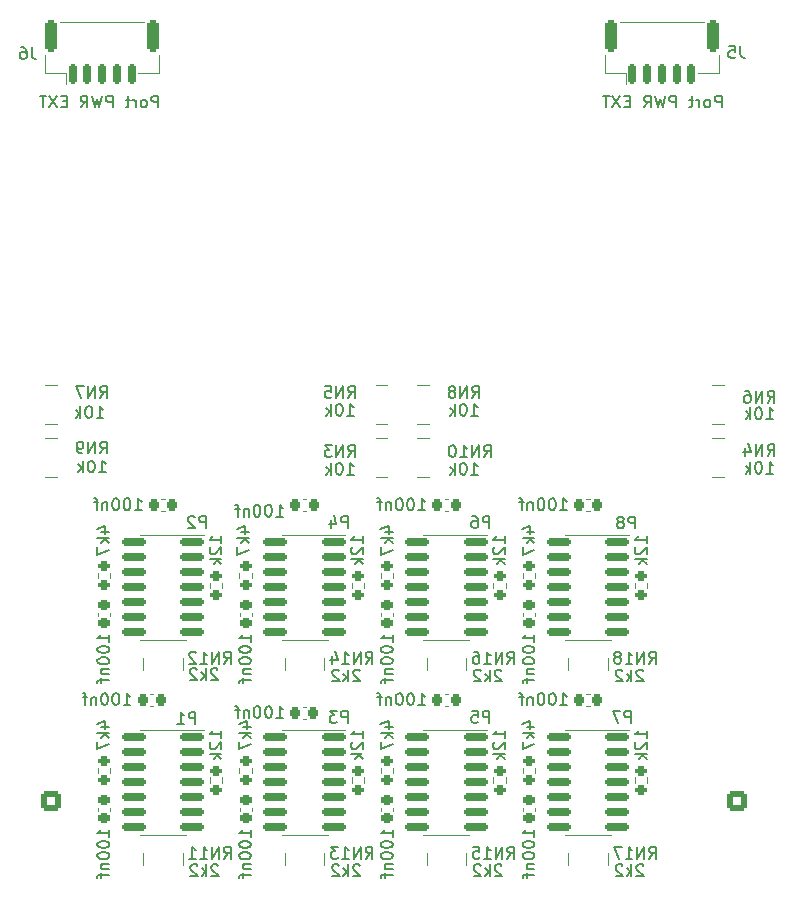
<source format=gbr>
%TF.GenerationSoftware,KiCad,Pcbnew,(6.0.0)*%
%TF.CreationDate,2022-08-06T01:14:48-04:00*%
%TF.ProjectId,security module,73656375-7269-4747-9920-6d6f64756c65,rev?*%
%TF.SameCoordinates,Original*%
%TF.FileFunction,Legend,Bot*%
%TF.FilePolarity,Positive*%
%FSLAX46Y46*%
G04 Gerber Fmt 4.6, Leading zero omitted, Abs format (unit mm)*
G04 Created by KiCad (PCBNEW (6.0.0)) date 2022-08-06 01:14:48*
%MOMM*%
%LPD*%
G01*
G04 APERTURE LIST*
G04 Aperture macros list*
%AMRoundRect*
0 Rectangle with rounded corners*
0 $1 Rounding radius*
0 $2 $3 $4 $5 $6 $7 $8 $9 X,Y pos of 4 corners*
0 Add a 4 corners polygon primitive as box body*
4,1,4,$2,$3,$4,$5,$6,$7,$8,$9,$2,$3,0*
0 Add four circle primitives for the rounded corners*
1,1,$1+$1,$2,$3*
1,1,$1+$1,$4,$5*
1,1,$1+$1,$6,$7*
1,1,$1+$1,$8,$9*
0 Add four rect primitives between the rounded corners*
20,1,$1+$1,$2,$3,$4,$5,0*
20,1,$1+$1,$4,$5,$6,$7,0*
20,1,$1+$1,$6,$7,$8,$9,0*
20,1,$1+$1,$8,$9,$2,$3,0*%
%AMFreePoly0*
4,1,25,0.694719,1.352196,0.706842,1.341842,1.341842,0.706842,1.370349,0.650894,1.371600,0.635000,1.371600,-0.635000,1.352196,-0.694719,1.341842,-0.706842,0.706842,-1.341842,0.650894,-1.370349,0.635000,-1.371600,-0.635000,-1.371600,-0.694719,-1.352196,-0.706842,-1.341842,-1.341842,-0.706842,-1.370349,-0.650894,-1.371600,-0.635000,-1.371600,0.635000,-1.352196,0.694719,-1.341842,0.706842,
-0.706842,1.341842,-0.650894,1.370349,-0.635000,1.371600,0.635000,1.371600,0.694719,1.352196,0.694719,1.352196,$1*%
G04 Aperture macros list end*
%ADD10C,0.150000*%
%ADD11C,0.120000*%
%ADD12RoundRect,0.250000X0.600000X0.600000X-0.600000X0.600000X-0.600000X-0.600000X0.600000X-0.600000X0*%
%ADD13C,1.700000*%
%ADD14FreePoly0,180.000000*%
%ADD15C,3.200000*%
%ADD16RoundRect,0.101600X-0.700000X-0.700000X0.700000X-0.700000X0.700000X0.700000X-0.700000X0.700000X0*%
%ADD17C,1.603200*%
%ADD18C,2.603200*%
%ADD19RoundRect,0.200000X-0.275000X0.200000X-0.275000X-0.200000X0.275000X-0.200000X0.275000X0.200000X0*%
%ADD20RoundRect,0.150000X0.825000X0.150000X-0.825000X0.150000X-0.825000X-0.150000X0.825000X-0.150000X0*%
%ADD21RoundRect,0.225000X0.225000X0.250000X-0.225000X0.250000X-0.225000X-0.250000X0.225000X-0.250000X0*%
%ADD22R,0.500000X0.800000*%
%ADD23R,0.400000X0.800000*%
%ADD24RoundRect,0.225000X-0.250000X0.225000X-0.250000X-0.225000X0.250000X-0.225000X0.250000X0.225000X0*%
%ADD25RoundRect,0.200000X0.275000X-0.200000X0.275000X0.200000X-0.275000X0.200000X-0.275000X-0.200000X0*%
%ADD26RoundRect,0.150000X-0.150000X-0.700000X0.150000X-0.700000X0.150000X0.700000X-0.150000X0.700000X0*%
%ADD27RoundRect,0.250000X-0.250000X-1.100000X0.250000X-1.100000X0.250000X1.100000X-0.250000X1.100000X0*%
%ADD28R,0.800000X0.500000*%
%ADD29R,0.800000X0.400000*%
%ADD30C,0.756400*%
%ADD31C,0.800000*%
G04 APERTURE END LIST*
D10*
X36052380Y-29852380D02*
X36052380Y-28852380D01*
X35671428Y-28852380D01*
X35576190Y-28900000D01*
X35528571Y-28947619D01*
X35480952Y-29042857D01*
X35480952Y-29185714D01*
X35528571Y-29280952D01*
X35576190Y-29328571D01*
X35671428Y-29376190D01*
X36052380Y-29376190D01*
X34909523Y-29852380D02*
X35004761Y-29804761D01*
X35052380Y-29757142D01*
X35100000Y-29661904D01*
X35100000Y-29376190D01*
X35052380Y-29280952D01*
X35004761Y-29233333D01*
X34909523Y-29185714D01*
X34766666Y-29185714D01*
X34671428Y-29233333D01*
X34623809Y-29280952D01*
X34576190Y-29376190D01*
X34576190Y-29661904D01*
X34623809Y-29757142D01*
X34671428Y-29804761D01*
X34766666Y-29852380D01*
X34909523Y-29852380D01*
X34147619Y-29852380D02*
X34147619Y-29185714D01*
X34147619Y-29376190D02*
X34100000Y-29280952D01*
X34052380Y-29233333D01*
X33957142Y-29185714D01*
X33861904Y-29185714D01*
X33671428Y-29185714D02*
X33290476Y-29185714D01*
X33528571Y-28852380D02*
X33528571Y-29709523D01*
X33480952Y-29804761D01*
X33385714Y-29852380D01*
X33290476Y-29852380D01*
X32195238Y-29852380D02*
X32195238Y-28852380D01*
X31814285Y-28852380D01*
X31719047Y-28900000D01*
X31671428Y-28947619D01*
X31623809Y-29042857D01*
X31623809Y-29185714D01*
X31671428Y-29280952D01*
X31719047Y-29328571D01*
X31814285Y-29376190D01*
X32195238Y-29376190D01*
X31290476Y-28852380D02*
X31052380Y-29852380D01*
X30861904Y-29138095D01*
X30671428Y-29852380D01*
X30433333Y-28852380D01*
X29480952Y-29852380D02*
X29814285Y-29376190D01*
X30052380Y-29852380D02*
X30052380Y-28852380D01*
X29671428Y-28852380D01*
X29576190Y-28900000D01*
X29528571Y-28947619D01*
X29480952Y-29042857D01*
X29480952Y-29185714D01*
X29528571Y-29280952D01*
X29576190Y-29328571D01*
X29671428Y-29376190D01*
X30052380Y-29376190D01*
X28290476Y-29328571D02*
X27957142Y-29328571D01*
X27814285Y-29852380D02*
X28290476Y-29852380D01*
X28290476Y-28852380D01*
X27814285Y-28852380D01*
X27480952Y-28852380D02*
X26814285Y-29852380D01*
X26814285Y-28852380D02*
X27480952Y-29852380D01*
X26576190Y-28852380D02*
X26004761Y-28852380D01*
X26290476Y-29852380D02*
X26290476Y-28852380D01*
X83752380Y-29852380D02*
X83752380Y-28852380D01*
X83371428Y-28852380D01*
X83276190Y-28900000D01*
X83228571Y-28947619D01*
X83180952Y-29042857D01*
X83180952Y-29185714D01*
X83228571Y-29280952D01*
X83276190Y-29328571D01*
X83371428Y-29376190D01*
X83752380Y-29376190D01*
X82609523Y-29852380D02*
X82704761Y-29804761D01*
X82752380Y-29757142D01*
X82800000Y-29661904D01*
X82800000Y-29376190D01*
X82752380Y-29280952D01*
X82704761Y-29233333D01*
X82609523Y-29185714D01*
X82466666Y-29185714D01*
X82371428Y-29233333D01*
X82323809Y-29280952D01*
X82276190Y-29376190D01*
X82276190Y-29661904D01*
X82323809Y-29757142D01*
X82371428Y-29804761D01*
X82466666Y-29852380D01*
X82609523Y-29852380D01*
X81847619Y-29852380D02*
X81847619Y-29185714D01*
X81847619Y-29376190D02*
X81800000Y-29280952D01*
X81752380Y-29233333D01*
X81657142Y-29185714D01*
X81561904Y-29185714D01*
X81371428Y-29185714D02*
X80990476Y-29185714D01*
X81228571Y-28852380D02*
X81228571Y-29709523D01*
X81180952Y-29804761D01*
X81085714Y-29852380D01*
X80990476Y-29852380D01*
X79895238Y-29852380D02*
X79895238Y-28852380D01*
X79514285Y-28852380D01*
X79419047Y-28900000D01*
X79371428Y-28947619D01*
X79323809Y-29042857D01*
X79323809Y-29185714D01*
X79371428Y-29280952D01*
X79419047Y-29328571D01*
X79514285Y-29376190D01*
X79895238Y-29376190D01*
X78990476Y-28852380D02*
X78752380Y-29852380D01*
X78561904Y-29138095D01*
X78371428Y-29852380D01*
X78133333Y-28852380D01*
X77180952Y-29852380D02*
X77514285Y-29376190D01*
X77752380Y-29852380D02*
X77752380Y-28852380D01*
X77371428Y-28852380D01*
X77276190Y-28900000D01*
X77228571Y-28947619D01*
X77180952Y-29042857D01*
X77180952Y-29185714D01*
X77228571Y-29280952D01*
X77276190Y-29328571D01*
X77371428Y-29376190D01*
X77752380Y-29376190D01*
X75990476Y-29328571D02*
X75657142Y-29328571D01*
X75514285Y-29852380D02*
X75990476Y-29852380D01*
X75990476Y-28852380D01*
X75514285Y-28852380D01*
X75180952Y-28852380D02*
X74514285Y-29852380D01*
X74514285Y-28852380D02*
X75180952Y-29852380D01*
X74276190Y-28852380D02*
X73704761Y-28852380D01*
X73990476Y-29852380D02*
X73990476Y-28852380D01*
%TO.C,R10*%
X53402380Y-66729761D02*
X53402380Y-66158333D01*
X53402380Y-66444047D02*
X52402380Y-66444047D01*
X52545238Y-66348809D01*
X52640476Y-66253571D01*
X52688095Y-66158333D01*
X52497619Y-67110714D02*
X52450000Y-67158333D01*
X52402380Y-67253571D01*
X52402380Y-67491666D01*
X52450000Y-67586904D01*
X52497619Y-67634523D01*
X52592857Y-67682142D01*
X52688095Y-67682142D01*
X52830952Y-67634523D01*
X53402380Y-67063095D01*
X53402380Y-67682142D01*
X53402380Y-68110714D02*
X52402380Y-68110714D01*
X53021428Y-68205952D02*
X53402380Y-68491666D01*
X52735714Y-68491666D02*
X53116666Y-68110714D01*
%TO.C,P4*%
X52088095Y-65452380D02*
X52088095Y-64452380D01*
X51707142Y-64452380D01*
X51611904Y-64500000D01*
X51564285Y-64547619D01*
X51516666Y-64642857D01*
X51516666Y-64785714D01*
X51564285Y-64880952D01*
X51611904Y-64928571D01*
X51707142Y-64976190D01*
X52088095Y-64976190D01*
X50659523Y-64785714D02*
X50659523Y-65452380D01*
X50897619Y-64404761D02*
X51135714Y-65119047D01*
X50516666Y-65119047D01*
%TO.C,R8*%
X53402380Y-83229761D02*
X53402380Y-82658333D01*
X53402380Y-82944047D02*
X52402380Y-82944047D01*
X52545238Y-82848809D01*
X52640476Y-82753571D01*
X52688095Y-82658333D01*
X52497619Y-83610714D02*
X52450000Y-83658333D01*
X52402380Y-83753571D01*
X52402380Y-83991666D01*
X52450000Y-84086904D01*
X52497619Y-84134523D01*
X52592857Y-84182142D01*
X52688095Y-84182142D01*
X52830952Y-84134523D01*
X53402380Y-83563095D01*
X53402380Y-84182142D01*
X53402380Y-84610714D02*
X52402380Y-84610714D01*
X53021428Y-84705952D02*
X53402380Y-84991666D01*
X52735714Y-84991666D02*
X53116666Y-84610714D01*
%TO.C,C19*%
X70079761Y-80452380D02*
X70651190Y-80452380D01*
X70365476Y-80452380D02*
X70365476Y-79452380D01*
X70460714Y-79595238D01*
X70555952Y-79690476D01*
X70651190Y-79738095D01*
X69460714Y-79452380D02*
X69365476Y-79452380D01*
X69270238Y-79500000D01*
X69222619Y-79547619D01*
X69175000Y-79642857D01*
X69127380Y-79833333D01*
X69127380Y-80071428D01*
X69175000Y-80261904D01*
X69222619Y-80357142D01*
X69270238Y-80404761D01*
X69365476Y-80452380D01*
X69460714Y-80452380D01*
X69555952Y-80404761D01*
X69603571Y-80357142D01*
X69651190Y-80261904D01*
X69698809Y-80071428D01*
X69698809Y-79833333D01*
X69651190Y-79642857D01*
X69603571Y-79547619D01*
X69555952Y-79500000D01*
X69460714Y-79452380D01*
X68508333Y-79452380D02*
X68413095Y-79452380D01*
X68317857Y-79500000D01*
X68270238Y-79547619D01*
X68222619Y-79642857D01*
X68175000Y-79833333D01*
X68175000Y-80071428D01*
X68222619Y-80261904D01*
X68270238Y-80357142D01*
X68317857Y-80404761D01*
X68413095Y-80452380D01*
X68508333Y-80452380D01*
X68603571Y-80404761D01*
X68651190Y-80357142D01*
X68698809Y-80261904D01*
X68746428Y-80071428D01*
X68746428Y-79833333D01*
X68698809Y-79642857D01*
X68651190Y-79547619D01*
X68603571Y-79500000D01*
X68508333Y-79452380D01*
X67746428Y-79785714D02*
X67746428Y-80452380D01*
X67746428Y-79880952D02*
X67698809Y-79833333D01*
X67603571Y-79785714D01*
X67460714Y-79785714D01*
X67365476Y-79833333D01*
X67317857Y-79928571D01*
X67317857Y-80452380D01*
X66984523Y-79785714D02*
X66603571Y-79785714D01*
X66841666Y-80452380D02*
X66841666Y-79595238D01*
X66794047Y-79500000D01*
X66698809Y-79452380D01*
X66603571Y-79452380D01*
%TO.C,RN17*%
X77616666Y-93452380D02*
X77950000Y-92976190D01*
X78188095Y-93452380D02*
X78188095Y-92452380D01*
X77807142Y-92452380D01*
X77711904Y-92500000D01*
X77664285Y-92547619D01*
X77616666Y-92642857D01*
X77616666Y-92785714D01*
X77664285Y-92880952D01*
X77711904Y-92928571D01*
X77807142Y-92976190D01*
X78188095Y-92976190D01*
X77188095Y-93452380D02*
X77188095Y-92452380D01*
X76616666Y-93452380D01*
X76616666Y-92452380D01*
X75616666Y-93452380D02*
X76188095Y-93452380D01*
X75902380Y-93452380D02*
X75902380Y-92452380D01*
X75997619Y-92595238D01*
X76092857Y-92690476D01*
X76188095Y-92738095D01*
X75283333Y-92452380D02*
X74616666Y-92452380D01*
X75045238Y-93452380D01*
X77116666Y-94047619D02*
X77069047Y-94000000D01*
X76973809Y-93952380D01*
X76735714Y-93952380D01*
X76640476Y-94000000D01*
X76592857Y-94047619D01*
X76545238Y-94142857D01*
X76545238Y-94238095D01*
X76592857Y-94380952D01*
X77164285Y-94952380D01*
X76545238Y-94952380D01*
X76116666Y-94952380D02*
X76116666Y-93952380D01*
X76021428Y-94571428D02*
X75735714Y-94952380D01*
X75735714Y-94285714D02*
X76116666Y-94666666D01*
X75354761Y-94047619D02*
X75307142Y-94000000D01*
X75211904Y-93952380D01*
X74973809Y-93952380D01*
X74878571Y-94000000D01*
X74830952Y-94047619D01*
X74783333Y-94142857D01*
X74783333Y-94238095D01*
X74830952Y-94380952D01*
X75402380Y-94952380D01*
X74783333Y-94952380D01*
%TO.C,RN13*%
X53616666Y-93452380D02*
X53950000Y-92976190D01*
X54188095Y-93452380D02*
X54188095Y-92452380D01*
X53807142Y-92452380D01*
X53711904Y-92500000D01*
X53664285Y-92547619D01*
X53616666Y-92642857D01*
X53616666Y-92785714D01*
X53664285Y-92880952D01*
X53711904Y-92928571D01*
X53807142Y-92976190D01*
X54188095Y-92976190D01*
X53188095Y-93452380D02*
X53188095Y-92452380D01*
X52616666Y-93452380D01*
X52616666Y-92452380D01*
X51616666Y-93452380D02*
X52188095Y-93452380D01*
X51902380Y-93452380D02*
X51902380Y-92452380D01*
X51997619Y-92595238D01*
X52092857Y-92690476D01*
X52188095Y-92738095D01*
X51283333Y-92452380D02*
X50664285Y-92452380D01*
X50997619Y-92833333D01*
X50854761Y-92833333D01*
X50759523Y-92880952D01*
X50711904Y-92928571D01*
X50664285Y-93023809D01*
X50664285Y-93261904D01*
X50711904Y-93357142D01*
X50759523Y-93404761D01*
X50854761Y-93452380D01*
X51140476Y-93452380D01*
X51235714Y-93404761D01*
X51283333Y-93357142D01*
X53116666Y-94047619D02*
X53069047Y-94000000D01*
X52973809Y-93952380D01*
X52735714Y-93952380D01*
X52640476Y-94000000D01*
X52592857Y-94047619D01*
X52545238Y-94142857D01*
X52545238Y-94238095D01*
X52592857Y-94380952D01*
X53164285Y-94952380D01*
X52545238Y-94952380D01*
X52116666Y-94952380D02*
X52116666Y-93952380D01*
X52021428Y-94571428D02*
X51735714Y-94952380D01*
X51735714Y-94285714D02*
X52116666Y-94666666D01*
X51354761Y-94047619D02*
X51307142Y-94000000D01*
X51211904Y-93952380D01*
X50973809Y-93952380D01*
X50878571Y-94000000D01*
X50830952Y-94047619D01*
X50783333Y-94142857D01*
X50783333Y-94238095D01*
X50830952Y-94380952D01*
X51402380Y-94952380D01*
X50783333Y-94952380D01*
%TO.C,C10*%
X43902380Y-91595238D02*
X43902380Y-91023809D01*
X43902380Y-91309523D02*
X42902380Y-91309523D01*
X43045238Y-91214285D01*
X43140476Y-91119047D01*
X43188095Y-91023809D01*
X42902380Y-92214285D02*
X42902380Y-92309523D01*
X42950000Y-92404761D01*
X42997619Y-92452380D01*
X43092857Y-92500000D01*
X43283333Y-92547619D01*
X43521428Y-92547619D01*
X43711904Y-92500000D01*
X43807142Y-92452380D01*
X43854761Y-92404761D01*
X43902380Y-92309523D01*
X43902380Y-92214285D01*
X43854761Y-92119047D01*
X43807142Y-92071428D01*
X43711904Y-92023809D01*
X43521428Y-91976190D01*
X43283333Y-91976190D01*
X43092857Y-92023809D01*
X42997619Y-92071428D01*
X42950000Y-92119047D01*
X42902380Y-92214285D01*
X42902380Y-93166666D02*
X42902380Y-93261904D01*
X42950000Y-93357142D01*
X42997619Y-93404761D01*
X43092857Y-93452380D01*
X43283333Y-93500000D01*
X43521428Y-93500000D01*
X43711904Y-93452380D01*
X43807142Y-93404761D01*
X43854761Y-93357142D01*
X43902380Y-93261904D01*
X43902380Y-93166666D01*
X43854761Y-93071428D01*
X43807142Y-93023809D01*
X43711904Y-92976190D01*
X43521428Y-92928571D01*
X43283333Y-92928571D01*
X43092857Y-92976190D01*
X42997619Y-93023809D01*
X42950000Y-93071428D01*
X42902380Y-93166666D01*
X43235714Y-93928571D02*
X43902380Y-93928571D01*
X43330952Y-93928571D02*
X43283333Y-93976190D01*
X43235714Y-94071428D01*
X43235714Y-94214285D01*
X43283333Y-94309523D01*
X43378571Y-94357142D01*
X43902380Y-94357142D01*
X43235714Y-94690476D02*
X43235714Y-95071428D01*
X43902380Y-94833333D02*
X43045238Y-94833333D01*
X42950000Y-94880952D01*
X42902380Y-94976190D01*
X42902380Y-95071428D01*
%TO.C,R17*%
X67235714Y-65809523D02*
X67902380Y-65809523D01*
X66854761Y-65571428D02*
X67569047Y-65333333D01*
X67569047Y-65952380D01*
X67902380Y-66333333D02*
X66902380Y-66333333D01*
X67521428Y-66428571D02*
X67902380Y-66714285D01*
X67235714Y-66714285D02*
X67616666Y-66333333D01*
X66902380Y-67047619D02*
X66902380Y-67714285D01*
X67902380Y-67285714D01*
%TO.C,J5*%
X85333333Y-24652380D02*
X85333333Y-25366666D01*
X85380952Y-25509523D01*
X85476190Y-25604761D01*
X85619047Y-25652380D01*
X85714285Y-25652380D01*
X84380952Y-24652380D02*
X84857142Y-24652380D01*
X84904761Y-25128571D01*
X84857142Y-25080952D01*
X84761904Y-25033333D01*
X84523809Y-25033333D01*
X84428571Y-25080952D01*
X84380952Y-25128571D01*
X84333333Y-25223809D01*
X84333333Y-25461904D01*
X84380952Y-25557142D01*
X84428571Y-25604761D01*
X84523809Y-25652380D01*
X84761904Y-25652380D01*
X84857142Y-25604761D01*
X84904761Y-25557142D01*
%TO.C,C7*%
X31902380Y-75095238D02*
X31902380Y-74523809D01*
X31902380Y-74809523D02*
X30902380Y-74809523D01*
X31045238Y-74714285D01*
X31140476Y-74619047D01*
X31188095Y-74523809D01*
X30902380Y-75714285D02*
X30902380Y-75809523D01*
X30950000Y-75904761D01*
X30997619Y-75952380D01*
X31092857Y-76000000D01*
X31283333Y-76047619D01*
X31521428Y-76047619D01*
X31711904Y-76000000D01*
X31807142Y-75952380D01*
X31854761Y-75904761D01*
X31902380Y-75809523D01*
X31902380Y-75714285D01*
X31854761Y-75619047D01*
X31807142Y-75571428D01*
X31711904Y-75523809D01*
X31521428Y-75476190D01*
X31283333Y-75476190D01*
X31092857Y-75523809D01*
X30997619Y-75571428D01*
X30950000Y-75619047D01*
X30902380Y-75714285D01*
X30902380Y-76666666D02*
X30902380Y-76761904D01*
X30950000Y-76857142D01*
X30997619Y-76904761D01*
X31092857Y-76952380D01*
X31283333Y-77000000D01*
X31521428Y-77000000D01*
X31711904Y-76952380D01*
X31807142Y-76904761D01*
X31854761Y-76857142D01*
X31902380Y-76761904D01*
X31902380Y-76666666D01*
X31854761Y-76571428D01*
X31807142Y-76523809D01*
X31711904Y-76476190D01*
X31521428Y-76428571D01*
X31283333Y-76428571D01*
X31092857Y-76476190D01*
X30997619Y-76523809D01*
X30950000Y-76571428D01*
X30902380Y-76666666D01*
X31235714Y-77428571D02*
X31902380Y-77428571D01*
X31330952Y-77428571D02*
X31283333Y-77476190D01*
X31235714Y-77571428D01*
X31235714Y-77714285D01*
X31283333Y-77809523D01*
X31378571Y-77857142D01*
X31902380Y-77857142D01*
X31235714Y-78190476D02*
X31235714Y-78571428D01*
X31902380Y-78333333D02*
X31045238Y-78333333D01*
X30950000Y-78380952D01*
X30902380Y-78476190D01*
X30902380Y-78571428D01*
%TO.C,RN14*%
X53616666Y-76952380D02*
X53950000Y-76476190D01*
X54188095Y-76952380D02*
X54188095Y-75952380D01*
X53807142Y-75952380D01*
X53711904Y-76000000D01*
X53664285Y-76047619D01*
X53616666Y-76142857D01*
X53616666Y-76285714D01*
X53664285Y-76380952D01*
X53711904Y-76428571D01*
X53807142Y-76476190D01*
X54188095Y-76476190D01*
X53188095Y-76952380D02*
X53188095Y-75952380D01*
X52616666Y-76952380D01*
X52616666Y-75952380D01*
X51616666Y-76952380D02*
X52188095Y-76952380D01*
X51902380Y-76952380D02*
X51902380Y-75952380D01*
X51997619Y-76095238D01*
X52092857Y-76190476D01*
X52188095Y-76238095D01*
X50759523Y-76285714D02*
X50759523Y-76952380D01*
X50997619Y-75904761D02*
X51235714Y-76619047D01*
X50616666Y-76619047D01*
X53116666Y-77547619D02*
X53069047Y-77500000D01*
X52973809Y-77452380D01*
X52735714Y-77452380D01*
X52640476Y-77500000D01*
X52592857Y-77547619D01*
X52545238Y-77642857D01*
X52545238Y-77738095D01*
X52592857Y-77880952D01*
X53164285Y-78452380D01*
X52545238Y-78452380D01*
X52116666Y-78452380D02*
X52116666Y-77452380D01*
X52021428Y-78071428D02*
X51735714Y-78452380D01*
X51735714Y-77785714D02*
X52116666Y-78166666D01*
X51354761Y-77547619D02*
X51307142Y-77500000D01*
X51211904Y-77452380D01*
X50973809Y-77452380D01*
X50878571Y-77500000D01*
X50830952Y-77547619D01*
X50783333Y-77642857D01*
X50783333Y-77738095D01*
X50830952Y-77880952D01*
X51402380Y-78452380D01*
X50783333Y-78452380D01*
%TO.C,C17*%
X58079761Y-63952380D02*
X58651190Y-63952380D01*
X58365476Y-63952380D02*
X58365476Y-62952380D01*
X58460714Y-63095238D01*
X58555952Y-63190476D01*
X58651190Y-63238095D01*
X57460714Y-62952380D02*
X57365476Y-62952380D01*
X57270238Y-63000000D01*
X57222619Y-63047619D01*
X57175000Y-63142857D01*
X57127380Y-63333333D01*
X57127380Y-63571428D01*
X57175000Y-63761904D01*
X57222619Y-63857142D01*
X57270238Y-63904761D01*
X57365476Y-63952380D01*
X57460714Y-63952380D01*
X57555952Y-63904761D01*
X57603571Y-63857142D01*
X57651190Y-63761904D01*
X57698809Y-63571428D01*
X57698809Y-63333333D01*
X57651190Y-63142857D01*
X57603571Y-63047619D01*
X57555952Y-63000000D01*
X57460714Y-62952380D01*
X56508333Y-62952380D02*
X56413095Y-62952380D01*
X56317857Y-63000000D01*
X56270238Y-63047619D01*
X56222619Y-63142857D01*
X56175000Y-63333333D01*
X56175000Y-63571428D01*
X56222619Y-63761904D01*
X56270238Y-63857142D01*
X56317857Y-63904761D01*
X56413095Y-63952380D01*
X56508333Y-63952380D01*
X56603571Y-63904761D01*
X56651190Y-63857142D01*
X56698809Y-63761904D01*
X56746428Y-63571428D01*
X56746428Y-63333333D01*
X56698809Y-63142857D01*
X56651190Y-63047619D01*
X56603571Y-63000000D01*
X56508333Y-62952380D01*
X55746428Y-63285714D02*
X55746428Y-63952380D01*
X55746428Y-63380952D02*
X55698809Y-63333333D01*
X55603571Y-63285714D01*
X55460714Y-63285714D01*
X55365476Y-63333333D01*
X55317857Y-63428571D01*
X55317857Y-63952380D01*
X54984523Y-63285714D02*
X54603571Y-63285714D01*
X54841666Y-63952380D02*
X54841666Y-63095238D01*
X54794047Y-63000000D01*
X54698809Y-62952380D01*
X54603571Y-62952380D01*
%TO.C,R11*%
X55235714Y-82309523D02*
X55902380Y-82309523D01*
X54854761Y-82071428D02*
X55569047Y-81833333D01*
X55569047Y-82452380D01*
X55902380Y-82833333D02*
X54902380Y-82833333D01*
X55521428Y-82928571D02*
X55902380Y-83214285D01*
X55235714Y-83214285D02*
X55616666Y-82833333D01*
X54902380Y-83547619D02*
X54902380Y-84214285D01*
X55902380Y-83785714D01*
%TO.C,RN9*%
X31140476Y-59152380D02*
X31473809Y-58676190D01*
X31711904Y-59152380D02*
X31711904Y-58152380D01*
X31330952Y-58152380D01*
X31235714Y-58200000D01*
X31188095Y-58247619D01*
X31140476Y-58342857D01*
X31140476Y-58485714D01*
X31188095Y-58580952D01*
X31235714Y-58628571D01*
X31330952Y-58676190D01*
X31711904Y-58676190D01*
X30711904Y-59152380D02*
X30711904Y-58152380D01*
X30140476Y-59152380D01*
X30140476Y-58152380D01*
X29616666Y-59152380D02*
X29426190Y-59152380D01*
X29330952Y-59104761D01*
X29283333Y-59057142D01*
X29188095Y-58914285D01*
X29140476Y-58723809D01*
X29140476Y-58342857D01*
X29188095Y-58247619D01*
X29235714Y-58200000D01*
X29330952Y-58152380D01*
X29521428Y-58152380D01*
X29616666Y-58200000D01*
X29664285Y-58247619D01*
X29711904Y-58342857D01*
X29711904Y-58580952D01*
X29664285Y-58676190D01*
X29616666Y-58723809D01*
X29521428Y-58771428D01*
X29330952Y-58771428D01*
X29235714Y-58723809D01*
X29188095Y-58676190D01*
X29140476Y-58580952D01*
X31045238Y-60752380D02*
X31616666Y-60752380D01*
X31330952Y-60752380D02*
X31330952Y-59752380D01*
X31426190Y-59895238D01*
X31521428Y-59990476D01*
X31616666Y-60038095D01*
X30426190Y-59752380D02*
X30330952Y-59752380D01*
X30235714Y-59800000D01*
X30188095Y-59847619D01*
X30140476Y-59942857D01*
X30092857Y-60133333D01*
X30092857Y-60371428D01*
X30140476Y-60561904D01*
X30188095Y-60657142D01*
X30235714Y-60704761D01*
X30330952Y-60752380D01*
X30426190Y-60752380D01*
X30521428Y-60704761D01*
X30569047Y-60657142D01*
X30616666Y-60561904D01*
X30664285Y-60371428D01*
X30664285Y-60133333D01*
X30616666Y-59942857D01*
X30569047Y-59847619D01*
X30521428Y-59800000D01*
X30426190Y-59752380D01*
X29664285Y-60752380D02*
X29664285Y-59752380D01*
X29569047Y-60371428D02*
X29283333Y-60752380D01*
X29283333Y-60085714D02*
X29664285Y-60466666D01*
%TO.C,R9*%
X43085714Y-65809523D02*
X43752380Y-65809523D01*
X42704761Y-65571428D02*
X43419047Y-65333333D01*
X43419047Y-65952380D01*
X43752380Y-66333333D02*
X42752380Y-66333333D01*
X43371428Y-66428571D02*
X43752380Y-66714285D01*
X43085714Y-66714285D02*
X43466666Y-66333333D01*
X42752380Y-67047619D02*
X42752380Y-67714285D01*
X43752380Y-67285714D01*
%TO.C,RN6*%
X87640476Y-54852380D02*
X87973809Y-54376190D01*
X88211904Y-54852380D02*
X88211904Y-53852380D01*
X87830952Y-53852380D01*
X87735714Y-53900000D01*
X87688095Y-53947619D01*
X87640476Y-54042857D01*
X87640476Y-54185714D01*
X87688095Y-54280952D01*
X87735714Y-54328571D01*
X87830952Y-54376190D01*
X88211904Y-54376190D01*
X87211904Y-54852380D02*
X87211904Y-53852380D01*
X86640476Y-54852380D01*
X86640476Y-53852380D01*
X85735714Y-53852380D02*
X85926190Y-53852380D01*
X86021428Y-53900000D01*
X86069047Y-53947619D01*
X86164285Y-54090476D01*
X86211904Y-54280952D01*
X86211904Y-54661904D01*
X86164285Y-54757142D01*
X86116666Y-54804761D01*
X86021428Y-54852380D01*
X85830952Y-54852380D01*
X85735714Y-54804761D01*
X85688095Y-54757142D01*
X85640476Y-54661904D01*
X85640476Y-54423809D01*
X85688095Y-54328571D01*
X85735714Y-54280952D01*
X85830952Y-54233333D01*
X86021428Y-54233333D01*
X86116666Y-54280952D01*
X86164285Y-54328571D01*
X86211904Y-54423809D01*
X87545238Y-56252380D02*
X88116666Y-56252380D01*
X87830952Y-56252380D02*
X87830952Y-55252380D01*
X87926190Y-55395238D01*
X88021428Y-55490476D01*
X88116666Y-55538095D01*
X86926190Y-55252380D02*
X86830952Y-55252380D01*
X86735714Y-55300000D01*
X86688095Y-55347619D01*
X86640476Y-55442857D01*
X86592857Y-55633333D01*
X86592857Y-55871428D01*
X86640476Y-56061904D01*
X86688095Y-56157142D01*
X86735714Y-56204761D01*
X86830952Y-56252380D01*
X86926190Y-56252380D01*
X87021428Y-56204761D01*
X87069047Y-56157142D01*
X87116666Y-56061904D01*
X87164285Y-55871428D01*
X87164285Y-55633333D01*
X87116666Y-55442857D01*
X87069047Y-55347619D01*
X87021428Y-55300000D01*
X86926190Y-55252380D01*
X86164285Y-56252380D02*
X86164285Y-55252380D01*
X86069047Y-55871428D02*
X85783333Y-56252380D01*
X85783333Y-55585714D02*
X86164285Y-55966666D01*
%TO.C,RN12*%
X41616666Y-76952380D02*
X41950000Y-76476190D01*
X42188095Y-76952380D02*
X42188095Y-75952380D01*
X41807142Y-75952380D01*
X41711904Y-76000000D01*
X41664285Y-76047619D01*
X41616666Y-76142857D01*
X41616666Y-76285714D01*
X41664285Y-76380952D01*
X41711904Y-76428571D01*
X41807142Y-76476190D01*
X42188095Y-76476190D01*
X41188095Y-76952380D02*
X41188095Y-75952380D01*
X40616666Y-76952380D01*
X40616666Y-75952380D01*
X39616666Y-76952380D02*
X40188095Y-76952380D01*
X39902380Y-76952380D02*
X39902380Y-75952380D01*
X39997619Y-76095238D01*
X40092857Y-76190476D01*
X40188095Y-76238095D01*
X39235714Y-76047619D02*
X39188095Y-76000000D01*
X39092857Y-75952380D01*
X38854761Y-75952380D01*
X38759523Y-76000000D01*
X38711904Y-76047619D01*
X38664285Y-76142857D01*
X38664285Y-76238095D01*
X38711904Y-76380952D01*
X39283333Y-76952380D01*
X38664285Y-76952380D01*
X41066666Y-77447619D02*
X41019047Y-77400000D01*
X40923809Y-77352380D01*
X40685714Y-77352380D01*
X40590476Y-77400000D01*
X40542857Y-77447619D01*
X40495238Y-77542857D01*
X40495238Y-77638095D01*
X40542857Y-77780952D01*
X41114285Y-78352380D01*
X40495238Y-78352380D01*
X40066666Y-78352380D02*
X40066666Y-77352380D01*
X39971428Y-77971428D02*
X39685714Y-78352380D01*
X39685714Y-77685714D02*
X40066666Y-78066666D01*
X39304761Y-77447619D02*
X39257142Y-77400000D01*
X39161904Y-77352380D01*
X38923809Y-77352380D01*
X38828571Y-77400000D01*
X38780952Y-77447619D01*
X38733333Y-77542857D01*
X38733333Y-77638095D01*
X38780952Y-77780952D01*
X39352380Y-78352380D01*
X38733333Y-78352380D01*
%TO.C,RN7*%
X31140476Y-54452380D02*
X31473809Y-53976190D01*
X31711904Y-54452380D02*
X31711904Y-53452380D01*
X31330952Y-53452380D01*
X31235714Y-53500000D01*
X31188095Y-53547619D01*
X31140476Y-53642857D01*
X31140476Y-53785714D01*
X31188095Y-53880952D01*
X31235714Y-53928571D01*
X31330952Y-53976190D01*
X31711904Y-53976190D01*
X30711904Y-54452380D02*
X30711904Y-53452380D01*
X30140476Y-54452380D01*
X30140476Y-53452380D01*
X29759523Y-53452380D02*
X29092857Y-53452380D01*
X29521428Y-54452380D01*
X30845238Y-56152380D02*
X31416666Y-56152380D01*
X31130952Y-56152380D02*
X31130952Y-55152380D01*
X31226190Y-55295238D01*
X31321428Y-55390476D01*
X31416666Y-55438095D01*
X30226190Y-55152380D02*
X30130952Y-55152380D01*
X30035714Y-55200000D01*
X29988095Y-55247619D01*
X29940476Y-55342857D01*
X29892857Y-55533333D01*
X29892857Y-55771428D01*
X29940476Y-55961904D01*
X29988095Y-56057142D01*
X30035714Y-56104761D01*
X30130952Y-56152380D01*
X30226190Y-56152380D01*
X30321428Y-56104761D01*
X30369047Y-56057142D01*
X30416666Y-55961904D01*
X30464285Y-55771428D01*
X30464285Y-55533333D01*
X30416666Y-55342857D01*
X30369047Y-55247619D01*
X30321428Y-55200000D01*
X30226190Y-55152380D01*
X29464285Y-56152380D02*
X29464285Y-55152380D01*
X29369047Y-55771428D02*
X29083333Y-56152380D01*
X29083333Y-55485714D02*
X29464285Y-55866666D01*
%TO.C,C20*%
X67902380Y-75095238D02*
X67902380Y-74523809D01*
X67902380Y-74809523D02*
X66902380Y-74809523D01*
X67045238Y-74714285D01*
X67140476Y-74619047D01*
X67188095Y-74523809D01*
X66902380Y-75714285D02*
X66902380Y-75809523D01*
X66950000Y-75904761D01*
X66997619Y-75952380D01*
X67092857Y-76000000D01*
X67283333Y-76047619D01*
X67521428Y-76047619D01*
X67711904Y-76000000D01*
X67807142Y-75952380D01*
X67854761Y-75904761D01*
X67902380Y-75809523D01*
X67902380Y-75714285D01*
X67854761Y-75619047D01*
X67807142Y-75571428D01*
X67711904Y-75523809D01*
X67521428Y-75476190D01*
X67283333Y-75476190D01*
X67092857Y-75523809D01*
X66997619Y-75571428D01*
X66950000Y-75619047D01*
X66902380Y-75714285D01*
X66902380Y-76666666D02*
X66902380Y-76761904D01*
X66950000Y-76857142D01*
X66997619Y-76904761D01*
X67092857Y-76952380D01*
X67283333Y-77000000D01*
X67521428Y-77000000D01*
X67711904Y-76952380D01*
X67807142Y-76904761D01*
X67854761Y-76857142D01*
X67902380Y-76761904D01*
X67902380Y-76666666D01*
X67854761Y-76571428D01*
X67807142Y-76523809D01*
X67711904Y-76476190D01*
X67521428Y-76428571D01*
X67283333Y-76428571D01*
X67092857Y-76476190D01*
X66997619Y-76523809D01*
X66950000Y-76571428D01*
X66902380Y-76666666D01*
X67235714Y-77428571D02*
X67902380Y-77428571D01*
X67330952Y-77428571D02*
X67283333Y-77476190D01*
X67235714Y-77571428D01*
X67235714Y-77714285D01*
X67283333Y-77809523D01*
X67378571Y-77857142D01*
X67902380Y-77857142D01*
X67235714Y-78190476D02*
X67235714Y-78571428D01*
X67902380Y-78333333D02*
X67045238Y-78333333D01*
X66950000Y-78380952D01*
X66902380Y-78476190D01*
X66902380Y-78571428D01*
%TO.C,R3*%
X31235714Y-82309523D02*
X31902380Y-82309523D01*
X30854761Y-82071428D02*
X31569047Y-81833333D01*
X31569047Y-82452380D01*
X31902380Y-82833333D02*
X30902380Y-82833333D01*
X31521428Y-82928571D02*
X31902380Y-83214285D01*
X31235714Y-83214285D02*
X31616666Y-82833333D01*
X30902380Y-83547619D02*
X30902380Y-84214285D01*
X31902380Y-83785714D01*
%TO.C,P2*%
X40088095Y-65452380D02*
X40088095Y-64452380D01*
X39707142Y-64452380D01*
X39611904Y-64500000D01*
X39564285Y-64547619D01*
X39516666Y-64642857D01*
X39516666Y-64785714D01*
X39564285Y-64880952D01*
X39611904Y-64928571D01*
X39707142Y-64976190D01*
X40088095Y-64976190D01*
X39135714Y-64547619D02*
X39088095Y-64500000D01*
X38992857Y-64452380D01*
X38754761Y-64452380D01*
X38659523Y-64500000D01*
X38611904Y-64547619D01*
X38564285Y-64642857D01*
X38564285Y-64738095D01*
X38611904Y-64880952D01*
X39183333Y-65452380D01*
X38564285Y-65452380D01*
%TO.C,C12*%
X43902380Y-75095238D02*
X43902380Y-74523809D01*
X43902380Y-74809523D02*
X42902380Y-74809523D01*
X43045238Y-74714285D01*
X43140476Y-74619047D01*
X43188095Y-74523809D01*
X42902380Y-75714285D02*
X42902380Y-75809523D01*
X42950000Y-75904761D01*
X42997619Y-75952380D01*
X43092857Y-76000000D01*
X43283333Y-76047619D01*
X43521428Y-76047619D01*
X43711904Y-76000000D01*
X43807142Y-75952380D01*
X43854761Y-75904761D01*
X43902380Y-75809523D01*
X43902380Y-75714285D01*
X43854761Y-75619047D01*
X43807142Y-75571428D01*
X43711904Y-75523809D01*
X43521428Y-75476190D01*
X43283333Y-75476190D01*
X43092857Y-75523809D01*
X42997619Y-75571428D01*
X42950000Y-75619047D01*
X42902380Y-75714285D01*
X42902380Y-76666666D02*
X42902380Y-76761904D01*
X42950000Y-76857142D01*
X42997619Y-76904761D01*
X43092857Y-76952380D01*
X43283333Y-77000000D01*
X43521428Y-77000000D01*
X43711904Y-76952380D01*
X43807142Y-76904761D01*
X43854761Y-76857142D01*
X43902380Y-76761904D01*
X43902380Y-76666666D01*
X43854761Y-76571428D01*
X43807142Y-76523809D01*
X43711904Y-76476190D01*
X43521428Y-76428571D01*
X43283333Y-76428571D01*
X43092857Y-76476190D01*
X42997619Y-76523809D01*
X42950000Y-76571428D01*
X42902380Y-76666666D01*
X43235714Y-77428571D02*
X43902380Y-77428571D01*
X43330952Y-77428571D02*
X43283333Y-77476190D01*
X43235714Y-77571428D01*
X43235714Y-77714285D01*
X43283333Y-77809523D01*
X43378571Y-77857142D01*
X43902380Y-77857142D01*
X43235714Y-78190476D02*
X43235714Y-78571428D01*
X43902380Y-78333333D02*
X43045238Y-78333333D01*
X42950000Y-78380952D01*
X42902380Y-78476190D01*
X42902380Y-78571428D01*
%TO.C,C8*%
X33129761Y-80452380D02*
X33701190Y-80452380D01*
X33415476Y-80452380D02*
X33415476Y-79452380D01*
X33510714Y-79595238D01*
X33605952Y-79690476D01*
X33701190Y-79738095D01*
X32510714Y-79452380D02*
X32415476Y-79452380D01*
X32320238Y-79500000D01*
X32272619Y-79547619D01*
X32225000Y-79642857D01*
X32177380Y-79833333D01*
X32177380Y-80071428D01*
X32225000Y-80261904D01*
X32272619Y-80357142D01*
X32320238Y-80404761D01*
X32415476Y-80452380D01*
X32510714Y-80452380D01*
X32605952Y-80404761D01*
X32653571Y-80357142D01*
X32701190Y-80261904D01*
X32748809Y-80071428D01*
X32748809Y-79833333D01*
X32701190Y-79642857D01*
X32653571Y-79547619D01*
X32605952Y-79500000D01*
X32510714Y-79452380D01*
X31558333Y-79452380D02*
X31463095Y-79452380D01*
X31367857Y-79500000D01*
X31320238Y-79547619D01*
X31272619Y-79642857D01*
X31225000Y-79833333D01*
X31225000Y-80071428D01*
X31272619Y-80261904D01*
X31320238Y-80357142D01*
X31367857Y-80404761D01*
X31463095Y-80452380D01*
X31558333Y-80452380D01*
X31653571Y-80404761D01*
X31701190Y-80357142D01*
X31748809Y-80261904D01*
X31796428Y-80071428D01*
X31796428Y-79833333D01*
X31748809Y-79642857D01*
X31701190Y-79547619D01*
X31653571Y-79500000D01*
X31558333Y-79452380D01*
X30796428Y-79785714D02*
X30796428Y-80452380D01*
X30796428Y-79880952D02*
X30748809Y-79833333D01*
X30653571Y-79785714D01*
X30510714Y-79785714D01*
X30415476Y-79833333D01*
X30367857Y-79928571D01*
X30367857Y-80452380D01*
X30034523Y-79785714D02*
X29653571Y-79785714D01*
X29891666Y-80452380D02*
X29891666Y-79595238D01*
X29844047Y-79500000D01*
X29748809Y-79452380D01*
X29653571Y-79452380D01*
%TO.C,R14*%
X65402380Y-66729761D02*
X65402380Y-66158333D01*
X65402380Y-66444047D02*
X64402380Y-66444047D01*
X64545238Y-66348809D01*
X64640476Y-66253571D01*
X64688095Y-66158333D01*
X64497619Y-67110714D02*
X64450000Y-67158333D01*
X64402380Y-67253571D01*
X64402380Y-67491666D01*
X64450000Y-67586904D01*
X64497619Y-67634523D01*
X64592857Y-67682142D01*
X64688095Y-67682142D01*
X64830952Y-67634523D01*
X65402380Y-67063095D01*
X65402380Y-67682142D01*
X65402380Y-68110714D02*
X64402380Y-68110714D01*
X65021428Y-68205952D02*
X65402380Y-68491666D01*
X64735714Y-68491666D02*
X65116666Y-68110714D01*
%TO.C,P6*%
X64088095Y-65452380D02*
X64088095Y-64452380D01*
X63707142Y-64452380D01*
X63611904Y-64500000D01*
X63564285Y-64547619D01*
X63516666Y-64642857D01*
X63516666Y-64785714D01*
X63564285Y-64880952D01*
X63611904Y-64928571D01*
X63707142Y-64976190D01*
X64088095Y-64976190D01*
X62659523Y-64452380D02*
X62850000Y-64452380D01*
X62945238Y-64500000D01*
X62992857Y-64547619D01*
X63088095Y-64690476D01*
X63135714Y-64880952D01*
X63135714Y-65261904D01*
X63088095Y-65357142D01*
X63040476Y-65404761D01*
X62945238Y-65452380D01*
X62754761Y-65452380D01*
X62659523Y-65404761D01*
X62611904Y-65357142D01*
X62564285Y-65261904D01*
X62564285Y-65023809D01*
X62611904Y-64928571D01*
X62659523Y-64880952D01*
X62754761Y-64833333D01*
X62945238Y-64833333D01*
X63040476Y-64880952D01*
X63088095Y-64928571D01*
X63135714Y-65023809D01*
%TO.C,C14*%
X55902380Y-91595238D02*
X55902380Y-91023809D01*
X55902380Y-91309523D02*
X54902380Y-91309523D01*
X55045238Y-91214285D01*
X55140476Y-91119047D01*
X55188095Y-91023809D01*
X54902380Y-92214285D02*
X54902380Y-92309523D01*
X54950000Y-92404761D01*
X54997619Y-92452380D01*
X55092857Y-92500000D01*
X55283333Y-92547619D01*
X55521428Y-92547619D01*
X55711904Y-92500000D01*
X55807142Y-92452380D01*
X55854761Y-92404761D01*
X55902380Y-92309523D01*
X55902380Y-92214285D01*
X55854761Y-92119047D01*
X55807142Y-92071428D01*
X55711904Y-92023809D01*
X55521428Y-91976190D01*
X55283333Y-91976190D01*
X55092857Y-92023809D01*
X54997619Y-92071428D01*
X54950000Y-92119047D01*
X54902380Y-92214285D01*
X54902380Y-93166666D02*
X54902380Y-93261904D01*
X54950000Y-93357142D01*
X54997619Y-93404761D01*
X55092857Y-93452380D01*
X55283333Y-93500000D01*
X55521428Y-93500000D01*
X55711904Y-93452380D01*
X55807142Y-93404761D01*
X55854761Y-93357142D01*
X55902380Y-93261904D01*
X55902380Y-93166666D01*
X55854761Y-93071428D01*
X55807142Y-93023809D01*
X55711904Y-92976190D01*
X55521428Y-92928571D01*
X55283333Y-92928571D01*
X55092857Y-92976190D01*
X54997619Y-93023809D01*
X54950000Y-93071428D01*
X54902380Y-93166666D01*
X55235714Y-93928571D02*
X55902380Y-93928571D01*
X55330952Y-93928571D02*
X55283333Y-93976190D01*
X55235714Y-94071428D01*
X55235714Y-94214285D01*
X55283333Y-94309523D01*
X55378571Y-94357142D01*
X55902380Y-94357142D01*
X55235714Y-94690476D02*
X55235714Y-95071428D01*
X55902380Y-94833333D02*
X55045238Y-94833333D01*
X54950000Y-94880952D01*
X54902380Y-94976190D01*
X54902380Y-95071428D01*
%TO.C,P5*%
X64088095Y-81952380D02*
X64088095Y-80952380D01*
X63707142Y-80952380D01*
X63611904Y-81000000D01*
X63564285Y-81047619D01*
X63516666Y-81142857D01*
X63516666Y-81285714D01*
X63564285Y-81380952D01*
X63611904Y-81428571D01*
X63707142Y-81476190D01*
X64088095Y-81476190D01*
X62611904Y-80952380D02*
X63088095Y-80952380D01*
X63135714Y-81428571D01*
X63088095Y-81380952D01*
X62992857Y-81333333D01*
X62754761Y-81333333D01*
X62659523Y-81380952D01*
X62611904Y-81428571D01*
X62564285Y-81523809D01*
X62564285Y-81761904D01*
X62611904Y-81857142D01*
X62659523Y-81904761D01*
X62754761Y-81952380D01*
X62992857Y-81952380D01*
X63088095Y-81904761D01*
X63135714Y-81857142D01*
%TO.C,C18*%
X67902380Y-91595238D02*
X67902380Y-91023809D01*
X67902380Y-91309523D02*
X66902380Y-91309523D01*
X67045238Y-91214285D01*
X67140476Y-91119047D01*
X67188095Y-91023809D01*
X66902380Y-92214285D02*
X66902380Y-92309523D01*
X66950000Y-92404761D01*
X66997619Y-92452380D01*
X67092857Y-92500000D01*
X67283333Y-92547619D01*
X67521428Y-92547619D01*
X67711904Y-92500000D01*
X67807142Y-92452380D01*
X67854761Y-92404761D01*
X67902380Y-92309523D01*
X67902380Y-92214285D01*
X67854761Y-92119047D01*
X67807142Y-92071428D01*
X67711904Y-92023809D01*
X67521428Y-91976190D01*
X67283333Y-91976190D01*
X67092857Y-92023809D01*
X66997619Y-92071428D01*
X66950000Y-92119047D01*
X66902380Y-92214285D01*
X66902380Y-93166666D02*
X66902380Y-93261904D01*
X66950000Y-93357142D01*
X66997619Y-93404761D01*
X67092857Y-93452380D01*
X67283333Y-93500000D01*
X67521428Y-93500000D01*
X67711904Y-93452380D01*
X67807142Y-93404761D01*
X67854761Y-93357142D01*
X67902380Y-93261904D01*
X67902380Y-93166666D01*
X67854761Y-93071428D01*
X67807142Y-93023809D01*
X67711904Y-92976190D01*
X67521428Y-92928571D01*
X67283333Y-92928571D01*
X67092857Y-92976190D01*
X66997619Y-93023809D01*
X66950000Y-93071428D01*
X66902380Y-93166666D01*
X67235714Y-93928571D02*
X67902380Y-93928571D01*
X67330952Y-93928571D02*
X67283333Y-93976190D01*
X67235714Y-94071428D01*
X67235714Y-94214285D01*
X67283333Y-94309523D01*
X67378571Y-94357142D01*
X67902380Y-94357142D01*
X67235714Y-94690476D02*
X67235714Y-95071428D01*
X67902380Y-94833333D02*
X67045238Y-94833333D01*
X66950000Y-94880952D01*
X66902380Y-94976190D01*
X66902380Y-95071428D01*
%TO.C,RN11*%
X41616666Y-93452380D02*
X41950000Y-92976190D01*
X42188095Y-93452380D02*
X42188095Y-92452380D01*
X41807142Y-92452380D01*
X41711904Y-92500000D01*
X41664285Y-92547619D01*
X41616666Y-92642857D01*
X41616666Y-92785714D01*
X41664285Y-92880952D01*
X41711904Y-92928571D01*
X41807142Y-92976190D01*
X42188095Y-92976190D01*
X41188095Y-93452380D02*
X41188095Y-92452380D01*
X40616666Y-93452380D01*
X40616666Y-92452380D01*
X39616666Y-93452380D02*
X40188095Y-93452380D01*
X39902380Y-93452380D02*
X39902380Y-92452380D01*
X39997619Y-92595238D01*
X40092857Y-92690476D01*
X40188095Y-92738095D01*
X38664285Y-93452380D02*
X39235714Y-93452380D01*
X38950000Y-93452380D02*
X38950000Y-92452380D01*
X39045238Y-92595238D01*
X39140476Y-92690476D01*
X39235714Y-92738095D01*
X41116666Y-94047619D02*
X41069047Y-94000000D01*
X40973809Y-93952380D01*
X40735714Y-93952380D01*
X40640476Y-94000000D01*
X40592857Y-94047619D01*
X40545238Y-94142857D01*
X40545238Y-94238095D01*
X40592857Y-94380952D01*
X41164285Y-94952380D01*
X40545238Y-94952380D01*
X40116666Y-94952380D02*
X40116666Y-93952380D01*
X40021428Y-94571428D02*
X39735714Y-94952380D01*
X39735714Y-94285714D02*
X40116666Y-94666666D01*
X39354761Y-94047619D02*
X39307142Y-94000000D01*
X39211904Y-93952380D01*
X38973809Y-93952380D01*
X38878571Y-94000000D01*
X38830952Y-94047619D01*
X38783333Y-94142857D01*
X38783333Y-94238095D01*
X38830952Y-94380952D01*
X39402380Y-94952380D01*
X38783333Y-94952380D01*
%TO.C,R15*%
X67235714Y-82309523D02*
X67902380Y-82309523D01*
X66854761Y-82071428D02*
X67569047Y-81833333D01*
X67569047Y-82452380D01*
X67902380Y-82833333D02*
X66902380Y-82833333D01*
X67521428Y-82928571D02*
X67902380Y-83214285D01*
X67235714Y-83214285D02*
X67616666Y-82833333D01*
X66902380Y-83547619D02*
X66902380Y-84214285D01*
X67902380Y-83785714D01*
%TO.C,R7*%
X43235714Y-82309523D02*
X43902380Y-82309523D01*
X42854761Y-82071428D02*
X43569047Y-81833333D01*
X43569047Y-82452380D01*
X43902380Y-82833333D02*
X42902380Y-82833333D01*
X43521428Y-82928571D02*
X43902380Y-83214285D01*
X43235714Y-83214285D02*
X43616666Y-82833333D01*
X42902380Y-83547619D02*
X42902380Y-84214285D01*
X43902380Y-83785714D01*
%TO.C,C15*%
X58079761Y-80452380D02*
X58651190Y-80452380D01*
X58365476Y-80452380D02*
X58365476Y-79452380D01*
X58460714Y-79595238D01*
X58555952Y-79690476D01*
X58651190Y-79738095D01*
X57460714Y-79452380D02*
X57365476Y-79452380D01*
X57270238Y-79500000D01*
X57222619Y-79547619D01*
X57175000Y-79642857D01*
X57127380Y-79833333D01*
X57127380Y-80071428D01*
X57175000Y-80261904D01*
X57222619Y-80357142D01*
X57270238Y-80404761D01*
X57365476Y-80452380D01*
X57460714Y-80452380D01*
X57555952Y-80404761D01*
X57603571Y-80357142D01*
X57651190Y-80261904D01*
X57698809Y-80071428D01*
X57698809Y-79833333D01*
X57651190Y-79642857D01*
X57603571Y-79547619D01*
X57555952Y-79500000D01*
X57460714Y-79452380D01*
X56508333Y-79452380D02*
X56413095Y-79452380D01*
X56317857Y-79500000D01*
X56270238Y-79547619D01*
X56222619Y-79642857D01*
X56175000Y-79833333D01*
X56175000Y-80071428D01*
X56222619Y-80261904D01*
X56270238Y-80357142D01*
X56317857Y-80404761D01*
X56413095Y-80452380D01*
X56508333Y-80452380D01*
X56603571Y-80404761D01*
X56651190Y-80357142D01*
X56698809Y-80261904D01*
X56746428Y-80071428D01*
X56746428Y-79833333D01*
X56698809Y-79642857D01*
X56651190Y-79547619D01*
X56603571Y-79500000D01*
X56508333Y-79452380D01*
X55746428Y-79785714D02*
X55746428Y-80452380D01*
X55746428Y-79880952D02*
X55698809Y-79833333D01*
X55603571Y-79785714D01*
X55460714Y-79785714D01*
X55365476Y-79833333D01*
X55317857Y-79928571D01*
X55317857Y-80452380D01*
X54984523Y-79785714D02*
X54603571Y-79785714D01*
X54841666Y-80452380D02*
X54841666Y-79595238D01*
X54794047Y-79500000D01*
X54698809Y-79452380D01*
X54603571Y-79452380D01*
%TO.C,RN5*%
X52140476Y-54452380D02*
X52473809Y-53976190D01*
X52711904Y-54452380D02*
X52711904Y-53452380D01*
X52330952Y-53452380D01*
X52235714Y-53500000D01*
X52188095Y-53547619D01*
X52140476Y-53642857D01*
X52140476Y-53785714D01*
X52188095Y-53880952D01*
X52235714Y-53928571D01*
X52330952Y-53976190D01*
X52711904Y-53976190D01*
X51711904Y-54452380D02*
X51711904Y-53452380D01*
X51140476Y-54452380D01*
X51140476Y-53452380D01*
X50188095Y-53452380D02*
X50664285Y-53452380D01*
X50711904Y-53928571D01*
X50664285Y-53880952D01*
X50569047Y-53833333D01*
X50330952Y-53833333D01*
X50235714Y-53880952D01*
X50188095Y-53928571D01*
X50140476Y-54023809D01*
X50140476Y-54261904D01*
X50188095Y-54357142D01*
X50235714Y-54404761D01*
X50330952Y-54452380D01*
X50569047Y-54452380D01*
X50664285Y-54404761D01*
X50711904Y-54357142D01*
X52045238Y-55952380D02*
X52616666Y-55952380D01*
X52330952Y-55952380D02*
X52330952Y-54952380D01*
X52426190Y-55095238D01*
X52521428Y-55190476D01*
X52616666Y-55238095D01*
X51426190Y-54952380D02*
X51330952Y-54952380D01*
X51235714Y-55000000D01*
X51188095Y-55047619D01*
X51140476Y-55142857D01*
X51092857Y-55333333D01*
X51092857Y-55571428D01*
X51140476Y-55761904D01*
X51188095Y-55857142D01*
X51235714Y-55904761D01*
X51330952Y-55952380D01*
X51426190Y-55952380D01*
X51521428Y-55904761D01*
X51569047Y-55857142D01*
X51616666Y-55761904D01*
X51664285Y-55571428D01*
X51664285Y-55333333D01*
X51616666Y-55142857D01*
X51569047Y-55047619D01*
X51521428Y-55000000D01*
X51426190Y-54952380D01*
X50664285Y-55952380D02*
X50664285Y-54952380D01*
X50569047Y-55571428D02*
X50283333Y-55952380D01*
X50283333Y-55285714D02*
X50664285Y-55666666D01*
%TO.C,R12*%
X65402380Y-83229761D02*
X65402380Y-82658333D01*
X65402380Y-82944047D02*
X64402380Y-82944047D01*
X64545238Y-82848809D01*
X64640476Y-82753571D01*
X64688095Y-82658333D01*
X64497619Y-83610714D02*
X64450000Y-83658333D01*
X64402380Y-83753571D01*
X64402380Y-83991666D01*
X64450000Y-84086904D01*
X64497619Y-84134523D01*
X64592857Y-84182142D01*
X64688095Y-84182142D01*
X64830952Y-84134523D01*
X65402380Y-83563095D01*
X65402380Y-84182142D01*
X65402380Y-84610714D02*
X64402380Y-84610714D01*
X65021428Y-84705952D02*
X65402380Y-84991666D01*
X64735714Y-84991666D02*
X65116666Y-84610714D01*
%TO.C,RN15*%
X65616666Y-93452380D02*
X65950000Y-92976190D01*
X66188095Y-93452380D02*
X66188095Y-92452380D01*
X65807142Y-92452380D01*
X65711904Y-92500000D01*
X65664285Y-92547619D01*
X65616666Y-92642857D01*
X65616666Y-92785714D01*
X65664285Y-92880952D01*
X65711904Y-92928571D01*
X65807142Y-92976190D01*
X66188095Y-92976190D01*
X65188095Y-93452380D02*
X65188095Y-92452380D01*
X64616666Y-93452380D01*
X64616666Y-92452380D01*
X63616666Y-93452380D02*
X64188095Y-93452380D01*
X63902380Y-93452380D02*
X63902380Y-92452380D01*
X63997619Y-92595238D01*
X64092857Y-92690476D01*
X64188095Y-92738095D01*
X62711904Y-92452380D02*
X63188095Y-92452380D01*
X63235714Y-92928571D01*
X63188095Y-92880952D01*
X63092857Y-92833333D01*
X62854761Y-92833333D01*
X62759523Y-92880952D01*
X62711904Y-92928571D01*
X62664285Y-93023809D01*
X62664285Y-93261904D01*
X62711904Y-93357142D01*
X62759523Y-93404761D01*
X62854761Y-93452380D01*
X63092857Y-93452380D01*
X63188095Y-93404761D01*
X63235714Y-93357142D01*
X65116666Y-94047619D02*
X65069047Y-94000000D01*
X64973809Y-93952380D01*
X64735714Y-93952380D01*
X64640476Y-94000000D01*
X64592857Y-94047619D01*
X64545238Y-94142857D01*
X64545238Y-94238095D01*
X64592857Y-94380952D01*
X65164285Y-94952380D01*
X64545238Y-94952380D01*
X64116666Y-94952380D02*
X64116666Y-93952380D01*
X64021428Y-94571428D02*
X63735714Y-94952380D01*
X63735714Y-94285714D02*
X64116666Y-94666666D01*
X63354761Y-94047619D02*
X63307142Y-94000000D01*
X63211904Y-93952380D01*
X62973809Y-93952380D01*
X62878571Y-94000000D01*
X62830952Y-94047619D01*
X62783333Y-94142857D01*
X62783333Y-94238095D01*
X62830952Y-94380952D01*
X63402380Y-94952380D01*
X62783333Y-94952380D01*
%TO.C,RN16*%
X65616666Y-76952380D02*
X65950000Y-76476190D01*
X66188095Y-76952380D02*
X66188095Y-75952380D01*
X65807142Y-75952380D01*
X65711904Y-76000000D01*
X65664285Y-76047619D01*
X65616666Y-76142857D01*
X65616666Y-76285714D01*
X65664285Y-76380952D01*
X65711904Y-76428571D01*
X65807142Y-76476190D01*
X66188095Y-76476190D01*
X65188095Y-76952380D02*
X65188095Y-75952380D01*
X64616666Y-76952380D01*
X64616666Y-75952380D01*
X63616666Y-76952380D02*
X64188095Y-76952380D01*
X63902380Y-76952380D02*
X63902380Y-75952380D01*
X63997619Y-76095238D01*
X64092857Y-76190476D01*
X64188095Y-76238095D01*
X62759523Y-75952380D02*
X62950000Y-75952380D01*
X63045238Y-76000000D01*
X63092857Y-76047619D01*
X63188095Y-76190476D01*
X63235714Y-76380952D01*
X63235714Y-76761904D01*
X63188095Y-76857142D01*
X63140476Y-76904761D01*
X63045238Y-76952380D01*
X62854761Y-76952380D01*
X62759523Y-76904761D01*
X62711904Y-76857142D01*
X62664285Y-76761904D01*
X62664285Y-76523809D01*
X62711904Y-76428571D01*
X62759523Y-76380952D01*
X62854761Y-76333333D01*
X63045238Y-76333333D01*
X63140476Y-76380952D01*
X63188095Y-76428571D01*
X63235714Y-76523809D01*
X65116666Y-77547619D02*
X65069047Y-77500000D01*
X64973809Y-77452380D01*
X64735714Y-77452380D01*
X64640476Y-77500000D01*
X64592857Y-77547619D01*
X64545238Y-77642857D01*
X64545238Y-77738095D01*
X64592857Y-77880952D01*
X65164285Y-78452380D01*
X64545238Y-78452380D01*
X64116666Y-78452380D02*
X64116666Y-77452380D01*
X64021428Y-78071428D02*
X63735714Y-78452380D01*
X63735714Y-77785714D02*
X64116666Y-78166666D01*
X63354761Y-77547619D02*
X63307142Y-77500000D01*
X63211904Y-77452380D01*
X62973809Y-77452380D01*
X62878571Y-77500000D01*
X62830952Y-77547619D01*
X62783333Y-77642857D01*
X62783333Y-77738095D01*
X62830952Y-77880952D01*
X63402380Y-78452380D01*
X62783333Y-78452380D01*
%TO.C,P1*%
X39188095Y-82052380D02*
X39188095Y-81052380D01*
X38807142Y-81052380D01*
X38711904Y-81100000D01*
X38664285Y-81147619D01*
X38616666Y-81242857D01*
X38616666Y-81385714D01*
X38664285Y-81480952D01*
X38711904Y-81528571D01*
X38807142Y-81576190D01*
X39188095Y-81576190D01*
X37664285Y-82052380D02*
X38235714Y-82052380D01*
X37950000Y-82052380D02*
X37950000Y-81052380D01*
X38045238Y-81195238D01*
X38140476Y-81290476D01*
X38235714Y-81338095D01*
%TO.C,RN8*%
X62640476Y-54452380D02*
X62973809Y-53976190D01*
X63211904Y-54452380D02*
X63211904Y-53452380D01*
X62830952Y-53452380D01*
X62735714Y-53500000D01*
X62688095Y-53547619D01*
X62640476Y-53642857D01*
X62640476Y-53785714D01*
X62688095Y-53880952D01*
X62735714Y-53928571D01*
X62830952Y-53976190D01*
X63211904Y-53976190D01*
X62211904Y-54452380D02*
X62211904Y-53452380D01*
X61640476Y-54452380D01*
X61640476Y-53452380D01*
X61021428Y-53880952D02*
X61116666Y-53833333D01*
X61164285Y-53785714D01*
X61211904Y-53690476D01*
X61211904Y-53642857D01*
X61164285Y-53547619D01*
X61116666Y-53500000D01*
X61021428Y-53452380D01*
X60830952Y-53452380D01*
X60735714Y-53500000D01*
X60688095Y-53547619D01*
X60640476Y-53642857D01*
X60640476Y-53690476D01*
X60688095Y-53785714D01*
X60735714Y-53833333D01*
X60830952Y-53880952D01*
X61021428Y-53880952D01*
X61116666Y-53928571D01*
X61164285Y-53976190D01*
X61211904Y-54071428D01*
X61211904Y-54261904D01*
X61164285Y-54357142D01*
X61116666Y-54404761D01*
X61021428Y-54452380D01*
X60830952Y-54452380D01*
X60735714Y-54404761D01*
X60688095Y-54357142D01*
X60640476Y-54261904D01*
X60640476Y-54071428D01*
X60688095Y-53976190D01*
X60735714Y-53928571D01*
X60830952Y-53880952D01*
X62545238Y-55952380D02*
X63116666Y-55952380D01*
X62830952Y-55952380D02*
X62830952Y-54952380D01*
X62926190Y-55095238D01*
X63021428Y-55190476D01*
X63116666Y-55238095D01*
X61926190Y-54952380D02*
X61830952Y-54952380D01*
X61735714Y-55000000D01*
X61688095Y-55047619D01*
X61640476Y-55142857D01*
X61592857Y-55333333D01*
X61592857Y-55571428D01*
X61640476Y-55761904D01*
X61688095Y-55857142D01*
X61735714Y-55904761D01*
X61830952Y-55952380D01*
X61926190Y-55952380D01*
X62021428Y-55904761D01*
X62069047Y-55857142D01*
X62116666Y-55761904D01*
X62164285Y-55571428D01*
X62164285Y-55333333D01*
X62116666Y-55142857D01*
X62069047Y-55047619D01*
X62021428Y-55000000D01*
X61926190Y-54952380D01*
X61164285Y-55952380D02*
X61164285Y-54952380D01*
X61069047Y-55571428D02*
X60783333Y-55952380D01*
X60783333Y-55285714D02*
X61164285Y-55666666D01*
%TO.C,RN3*%
X52140476Y-59452380D02*
X52473809Y-58976190D01*
X52711904Y-59452380D02*
X52711904Y-58452380D01*
X52330952Y-58452380D01*
X52235714Y-58500000D01*
X52188095Y-58547619D01*
X52140476Y-58642857D01*
X52140476Y-58785714D01*
X52188095Y-58880952D01*
X52235714Y-58928571D01*
X52330952Y-58976190D01*
X52711904Y-58976190D01*
X51711904Y-59452380D02*
X51711904Y-58452380D01*
X51140476Y-59452380D01*
X51140476Y-58452380D01*
X50759523Y-58452380D02*
X50140476Y-58452380D01*
X50473809Y-58833333D01*
X50330952Y-58833333D01*
X50235714Y-58880952D01*
X50188095Y-58928571D01*
X50140476Y-59023809D01*
X50140476Y-59261904D01*
X50188095Y-59357142D01*
X50235714Y-59404761D01*
X50330952Y-59452380D01*
X50616666Y-59452380D01*
X50711904Y-59404761D01*
X50759523Y-59357142D01*
X52045238Y-60952380D02*
X52616666Y-60952380D01*
X52330952Y-60952380D02*
X52330952Y-59952380D01*
X52426190Y-60095238D01*
X52521428Y-60190476D01*
X52616666Y-60238095D01*
X51426190Y-59952380D02*
X51330952Y-59952380D01*
X51235714Y-60000000D01*
X51188095Y-60047619D01*
X51140476Y-60142857D01*
X51092857Y-60333333D01*
X51092857Y-60571428D01*
X51140476Y-60761904D01*
X51188095Y-60857142D01*
X51235714Y-60904761D01*
X51330952Y-60952380D01*
X51426190Y-60952380D01*
X51521428Y-60904761D01*
X51569047Y-60857142D01*
X51616666Y-60761904D01*
X51664285Y-60571428D01*
X51664285Y-60333333D01*
X51616666Y-60142857D01*
X51569047Y-60047619D01*
X51521428Y-60000000D01*
X51426190Y-59952380D01*
X50664285Y-60952380D02*
X50664285Y-59952380D01*
X50569047Y-60571428D02*
X50283333Y-60952380D01*
X50283333Y-60285714D02*
X50664285Y-60666666D01*
%TO.C,P8*%
X76428095Y-65507380D02*
X76428095Y-64507380D01*
X76047142Y-64507380D01*
X75951904Y-64555000D01*
X75904285Y-64602619D01*
X75856666Y-64697857D01*
X75856666Y-64840714D01*
X75904285Y-64935952D01*
X75951904Y-64983571D01*
X76047142Y-65031190D01*
X76428095Y-65031190D01*
X75285238Y-64935952D02*
X75380476Y-64888333D01*
X75428095Y-64840714D01*
X75475714Y-64745476D01*
X75475714Y-64697857D01*
X75428095Y-64602619D01*
X75380476Y-64555000D01*
X75285238Y-64507380D01*
X75094761Y-64507380D01*
X74999523Y-64555000D01*
X74951904Y-64602619D01*
X74904285Y-64697857D01*
X74904285Y-64745476D01*
X74951904Y-64840714D01*
X74999523Y-64888333D01*
X75094761Y-64935952D01*
X75285238Y-64935952D01*
X75380476Y-64983571D01*
X75428095Y-65031190D01*
X75475714Y-65126428D01*
X75475714Y-65316904D01*
X75428095Y-65412142D01*
X75380476Y-65459761D01*
X75285238Y-65507380D01*
X75094761Y-65507380D01*
X74999523Y-65459761D01*
X74951904Y-65412142D01*
X74904285Y-65316904D01*
X74904285Y-65126428D01*
X74951904Y-65031190D01*
X74999523Y-64983571D01*
X75094761Y-64935952D01*
%TO.C,RN4*%
X87640476Y-59352380D02*
X87973809Y-58876190D01*
X88211904Y-59352380D02*
X88211904Y-58352380D01*
X87830952Y-58352380D01*
X87735714Y-58400000D01*
X87688095Y-58447619D01*
X87640476Y-58542857D01*
X87640476Y-58685714D01*
X87688095Y-58780952D01*
X87735714Y-58828571D01*
X87830952Y-58876190D01*
X88211904Y-58876190D01*
X87211904Y-59352380D02*
X87211904Y-58352380D01*
X86640476Y-59352380D01*
X86640476Y-58352380D01*
X85735714Y-58685714D02*
X85735714Y-59352380D01*
X85973809Y-58304761D02*
X86211904Y-59019047D01*
X85592857Y-59019047D01*
X87545238Y-60852380D02*
X88116666Y-60852380D01*
X87830952Y-60852380D02*
X87830952Y-59852380D01*
X87926190Y-59995238D01*
X88021428Y-60090476D01*
X88116666Y-60138095D01*
X86926190Y-59852380D02*
X86830952Y-59852380D01*
X86735714Y-59900000D01*
X86688095Y-59947619D01*
X86640476Y-60042857D01*
X86592857Y-60233333D01*
X86592857Y-60471428D01*
X86640476Y-60661904D01*
X86688095Y-60757142D01*
X86735714Y-60804761D01*
X86830952Y-60852380D01*
X86926190Y-60852380D01*
X87021428Y-60804761D01*
X87069047Y-60757142D01*
X87116666Y-60661904D01*
X87164285Y-60471428D01*
X87164285Y-60233333D01*
X87116666Y-60042857D01*
X87069047Y-59947619D01*
X87021428Y-59900000D01*
X86926190Y-59852380D01*
X86164285Y-60852380D02*
X86164285Y-59852380D01*
X86069047Y-60471428D02*
X85783333Y-60852380D01*
X85783333Y-60185714D02*
X86164285Y-60566666D01*
%TO.C,C11*%
X46044761Y-81542380D02*
X46616190Y-81542380D01*
X46330476Y-81542380D02*
X46330476Y-80542380D01*
X46425714Y-80685238D01*
X46520952Y-80780476D01*
X46616190Y-80828095D01*
X45425714Y-80542380D02*
X45330476Y-80542380D01*
X45235238Y-80590000D01*
X45187619Y-80637619D01*
X45140000Y-80732857D01*
X45092380Y-80923333D01*
X45092380Y-81161428D01*
X45140000Y-81351904D01*
X45187619Y-81447142D01*
X45235238Y-81494761D01*
X45330476Y-81542380D01*
X45425714Y-81542380D01*
X45520952Y-81494761D01*
X45568571Y-81447142D01*
X45616190Y-81351904D01*
X45663809Y-81161428D01*
X45663809Y-80923333D01*
X45616190Y-80732857D01*
X45568571Y-80637619D01*
X45520952Y-80590000D01*
X45425714Y-80542380D01*
X44473333Y-80542380D02*
X44378095Y-80542380D01*
X44282857Y-80590000D01*
X44235238Y-80637619D01*
X44187619Y-80732857D01*
X44140000Y-80923333D01*
X44140000Y-81161428D01*
X44187619Y-81351904D01*
X44235238Y-81447142D01*
X44282857Y-81494761D01*
X44378095Y-81542380D01*
X44473333Y-81542380D01*
X44568571Y-81494761D01*
X44616190Y-81447142D01*
X44663809Y-81351904D01*
X44711428Y-81161428D01*
X44711428Y-80923333D01*
X44663809Y-80732857D01*
X44616190Y-80637619D01*
X44568571Y-80590000D01*
X44473333Y-80542380D01*
X43711428Y-80875714D02*
X43711428Y-81542380D01*
X43711428Y-80970952D02*
X43663809Y-80923333D01*
X43568571Y-80875714D01*
X43425714Y-80875714D01*
X43330476Y-80923333D01*
X43282857Y-81018571D01*
X43282857Y-81542380D01*
X42949523Y-80875714D02*
X42568571Y-80875714D01*
X42806666Y-81542380D02*
X42806666Y-80685238D01*
X42759047Y-80590000D01*
X42663809Y-80542380D01*
X42568571Y-80542380D01*
%TO.C,R16*%
X77402380Y-83229761D02*
X77402380Y-82658333D01*
X77402380Y-82944047D02*
X76402380Y-82944047D01*
X76545238Y-82848809D01*
X76640476Y-82753571D01*
X76688095Y-82658333D01*
X76497619Y-83610714D02*
X76450000Y-83658333D01*
X76402380Y-83753571D01*
X76402380Y-83991666D01*
X76450000Y-84086904D01*
X76497619Y-84134523D01*
X76592857Y-84182142D01*
X76688095Y-84182142D01*
X76830952Y-84134523D01*
X77402380Y-83563095D01*
X77402380Y-84182142D01*
X77402380Y-84610714D02*
X76402380Y-84610714D01*
X77021428Y-84705952D02*
X77402380Y-84991666D01*
X76735714Y-84991666D02*
X77116666Y-84610714D01*
%TO.C,C13*%
X46039761Y-64492380D02*
X46611190Y-64492380D01*
X46325476Y-64492380D02*
X46325476Y-63492380D01*
X46420714Y-63635238D01*
X46515952Y-63730476D01*
X46611190Y-63778095D01*
X45420714Y-63492380D02*
X45325476Y-63492380D01*
X45230238Y-63540000D01*
X45182619Y-63587619D01*
X45135000Y-63682857D01*
X45087380Y-63873333D01*
X45087380Y-64111428D01*
X45135000Y-64301904D01*
X45182619Y-64397142D01*
X45230238Y-64444761D01*
X45325476Y-64492380D01*
X45420714Y-64492380D01*
X45515952Y-64444761D01*
X45563571Y-64397142D01*
X45611190Y-64301904D01*
X45658809Y-64111428D01*
X45658809Y-63873333D01*
X45611190Y-63682857D01*
X45563571Y-63587619D01*
X45515952Y-63540000D01*
X45420714Y-63492380D01*
X44468333Y-63492380D02*
X44373095Y-63492380D01*
X44277857Y-63540000D01*
X44230238Y-63587619D01*
X44182619Y-63682857D01*
X44135000Y-63873333D01*
X44135000Y-64111428D01*
X44182619Y-64301904D01*
X44230238Y-64397142D01*
X44277857Y-64444761D01*
X44373095Y-64492380D01*
X44468333Y-64492380D01*
X44563571Y-64444761D01*
X44611190Y-64397142D01*
X44658809Y-64301904D01*
X44706428Y-64111428D01*
X44706428Y-63873333D01*
X44658809Y-63682857D01*
X44611190Y-63587619D01*
X44563571Y-63540000D01*
X44468333Y-63492380D01*
X43706428Y-63825714D02*
X43706428Y-64492380D01*
X43706428Y-63920952D02*
X43658809Y-63873333D01*
X43563571Y-63825714D01*
X43420714Y-63825714D01*
X43325476Y-63873333D01*
X43277857Y-63968571D01*
X43277857Y-64492380D01*
X42944523Y-63825714D02*
X42563571Y-63825714D01*
X42801666Y-64492380D02*
X42801666Y-63635238D01*
X42754047Y-63540000D01*
X42658809Y-63492380D01*
X42563571Y-63492380D01*
%TO.C,RN18*%
X77616666Y-76952380D02*
X77950000Y-76476190D01*
X78188095Y-76952380D02*
X78188095Y-75952380D01*
X77807142Y-75952380D01*
X77711904Y-76000000D01*
X77664285Y-76047619D01*
X77616666Y-76142857D01*
X77616666Y-76285714D01*
X77664285Y-76380952D01*
X77711904Y-76428571D01*
X77807142Y-76476190D01*
X78188095Y-76476190D01*
X77188095Y-76952380D02*
X77188095Y-75952380D01*
X76616666Y-76952380D01*
X76616666Y-75952380D01*
X75616666Y-76952380D02*
X76188095Y-76952380D01*
X75902380Y-76952380D02*
X75902380Y-75952380D01*
X75997619Y-76095238D01*
X76092857Y-76190476D01*
X76188095Y-76238095D01*
X75045238Y-76380952D02*
X75140476Y-76333333D01*
X75188095Y-76285714D01*
X75235714Y-76190476D01*
X75235714Y-76142857D01*
X75188095Y-76047619D01*
X75140476Y-76000000D01*
X75045238Y-75952380D01*
X74854761Y-75952380D01*
X74759523Y-76000000D01*
X74711904Y-76047619D01*
X74664285Y-76142857D01*
X74664285Y-76190476D01*
X74711904Y-76285714D01*
X74759523Y-76333333D01*
X74854761Y-76380952D01*
X75045238Y-76380952D01*
X75140476Y-76428571D01*
X75188095Y-76476190D01*
X75235714Y-76571428D01*
X75235714Y-76761904D01*
X75188095Y-76857142D01*
X75140476Y-76904761D01*
X75045238Y-76952380D01*
X74854761Y-76952380D01*
X74759523Y-76904761D01*
X74711904Y-76857142D01*
X74664285Y-76761904D01*
X74664285Y-76571428D01*
X74711904Y-76476190D01*
X74759523Y-76428571D01*
X74854761Y-76380952D01*
X77116666Y-77547619D02*
X77069047Y-77500000D01*
X76973809Y-77452380D01*
X76735714Y-77452380D01*
X76640476Y-77500000D01*
X76592857Y-77547619D01*
X76545238Y-77642857D01*
X76545238Y-77738095D01*
X76592857Y-77880952D01*
X77164285Y-78452380D01*
X76545238Y-78452380D01*
X76116666Y-78452380D02*
X76116666Y-77452380D01*
X76021428Y-78071428D02*
X75735714Y-78452380D01*
X75735714Y-77785714D02*
X76116666Y-78166666D01*
X75354761Y-77547619D02*
X75307142Y-77500000D01*
X75211904Y-77452380D01*
X74973809Y-77452380D01*
X74878571Y-77500000D01*
X74830952Y-77547619D01*
X74783333Y-77642857D01*
X74783333Y-77738095D01*
X74830952Y-77880952D01*
X75402380Y-78452380D01*
X74783333Y-78452380D01*
%TO.C,R6*%
X41402380Y-66729761D02*
X41402380Y-66158333D01*
X41402380Y-66444047D02*
X40402380Y-66444047D01*
X40545238Y-66348809D01*
X40640476Y-66253571D01*
X40688095Y-66158333D01*
X40497619Y-67110714D02*
X40450000Y-67158333D01*
X40402380Y-67253571D01*
X40402380Y-67491666D01*
X40450000Y-67586904D01*
X40497619Y-67634523D01*
X40592857Y-67682142D01*
X40688095Y-67682142D01*
X40830952Y-67634523D01*
X41402380Y-67063095D01*
X41402380Y-67682142D01*
X41402380Y-68110714D02*
X40402380Y-68110714D01*
X41021428Y-68205952D02*
X41402380Y-68491666D01*
X40735714Y-68491666D02*
X41116666Y-68110714D01*
%TO.C,RN10*%
X63616666Y-59452380D02*
X63950000Y-58976190D01*
X64188095Y-59452380D02*
X64188095Y-58452380D01*
X63807142Y-58452380D01*
X63711904Y-58500000D01*
X63664285Y-58547619D01*
X63616666Y-58642857D01*
X63616666Y-58785714D01*
X63664285Y-58880952D01*
X63711904Y-58928571D01*
X63807142Y-58976190D01*
X64188095Y-58976190D01*
X63188095Y-59452380D02*
X63188095Y-58452380D01*
X62616666Y-59452380D01*
X62616666Y-58452380D01*
X61616666Y-59452380D02*
X62188095Y-59452380D01*
X61902380Y-59452380D02*
X61902380Y-58452380D01*
X61997619Y-58595238D01*
X62092857Y-58690476D01*
X62188095Y-58738095D01*
X60997619Y-58452380D02*
X60902380Y-58452380D01*
X60807142Y-58500000D01*
X60759523Y-58547619D01*
X60711904Y-58642857D01*
X60664285Y-58833333D01*
X60664285Y-59071428D01*
X60711904Y-59261904D01*
X60759523Y-59357142D01*
X60807142Y-59404761D01*
X60902380Y-59452380D01*
X60997619Y-59452380D01*
X61092857Y-59404761D01*
X61140476Y-59357142D01*
X61188095Y-59261904D01*
X61235714Y-59071428D01*
X61235714Y-58833333D01*
X61188095Y-58642857D01*
X61140476Y-58547619D01*
X61092857Y-58500000D01*
X60997619Y-58452380D01*
X62545238Y-60952380D02*
X63116666Y-60952380D01*
X62830952Y-60952380D02*
X62830952Y-59952380D01*
X62926190Y-60095238D01*
X63021428Y-60190476D01*
X63116666Y-60238095D01*
X61926190Y-59952380D02*
X61830952Y-59952380D01*
X61735714Y-60000000D01*
X61688095Y-60047619D01*
X61640476Y-60142857D01*
X61592857Y-60333333D01*
X61592857Y-60571428D01*
X61640476Y-60761904D01*
X61688095Y-60857142D01*
X61735714Y-60904761D01*
X61830952Y-60952380D01*
X61926190Y-60952380D01*
X62021428Y-60904761D01*
X62069047Y-60857142D01*
X62116666Y-60761904D01*
X62164285Y-60571428D01*
X62164285Y-60333333D01*
X62116666Y-60142857D01*
X62069047Y-60047619D01*
X62021428Y-60000000D01*
X61926190Y-59952380D01*
X61164285Y-60952380D02*
X61164285Y-59952380D01*
X61069047Y-60571428D02*
X60783333Y-60952380D01*
X60783333Y-60285714D02*
X61164285Y-60666666D01*
%TO.C,C6*%
X31902380Y-91595238D02*
X31902380Y-91023809D01*
X31902380Y-91309523D02*
X30902380Y-91309523D01*
X31045238Y-91214285D01*
X31140476Y-91119047D01*
X31188095Y-91023809D01*
X30902380Y-92214285D02*
X30902380Y-92309523D01*
X30950000Y-92404761D01*
X30997619Y-92452380D01*
X31092857Y-92500000D01*
X31283333Y-92547619D01*
X31521428Y-92547619D01*
X31711904Y-92500000D01*
X31807142Y-92452380D01*
X31854761Y-92404761D01*
X31902380Y-92309523D01*
X31902380Y-92214285D01*
X31854761Y-92119047D01*
X31807142Y-92071428D01*
X31711904Y-92023809D01*
X31521428Y-91976190D01*
X31283333Y-91976190D01*
X31092857Y-92023809D01*
X30997619Y-92071428D01*
X30950000Y-92119047D01*
X30902380Y-92214285D01*
X30902380Y-93166666D02*
X30902380Y-93261904D01*
X30950000Y-93357142D01*
X30997619Y-93404761D01*
X31092857Y-93452380D01*
X31283333Y-93500000D01*
X31521428Y-93500000D01*
X31711904Y-93452380D01*
X31807142Y-93404761D01*
X31854761Y-93357142D01*
X31902380Y-93261904D01*
X31902380Y-93166666D01*
X31854761Y-93071428D01*
X31807142Y-93023809D01*
X31711904Y-92976190D01*
X31521428Y-92928571D01*
X31283333Y-92928571D01*
X31092857Y-92976190D01*
X30997619Y-93023809D01*
X30950000Y-93071428D01*
X30902380Y-93166666D01*
X31235714Y-93928571D02*
X31902380Y-93928571D01*
X31330952Y-93928571D02*
X31283333Y-93976190D01*
X31235714Y-94071428D01*
X31235714Y-94214285D01*
X31283333Y-94309523D01*
X31378571Y-94357142D01*
X31902380Y-94357142D01*
X31235714Y-94690476D02*
X31235714Y-95071428D01*
X31902380Y-94833333D02*
X31045238Y-94833333D01*
X30950000Y-94880952D01*
X30902380Y-94976190D01*
X30902380Y-95071428D01*
%TO.C,R18*%
X77402380Y-66729761D02*
X77402380Y-66158333D01*
X77402380Y-66444047D02*
X76402380Y-66444047D01*
X76545238Y-66348809D01*
X76640476Y-66253571D01*
X76688095Y-66158333D01*
X76497619Y-67110714D02*
X76450000Y-67158333D01*
X76402380Y-67253571D01*
X76402380Y-67491666D01*
X76450000Y-67586904D01*
X76497619Y-67634523D01*
X76592857Y-67682142D01*
X76688095Y-67682142D01*
X76830952Y-67634523D01*
X77402380Y-67063095D01*
X77402380Y-67682142D01*
X77402380Y-68110714D02*
X76402380Y-68110714D01*
X77021428Y-68205952D02*
X77402380Y-68491666D01*
X76735714Y-68491666D02*
X77116666Y-68110714D01*
%TO.C,R5*%
X41402380Y-83229761D02*
X41402380Y-82658333D01*
X41402380Y-82944047D02*
X40402380Y-82944047D01*
X40545238Y-82848809D01*
X40640476Y-82753571D01*
X40688095Y-82658333D01*
X40497619Y-83610714D02*
X40450000Y-83658333D01*
X40402380Y-83753571D01*
X40402380Y-83991666D01*
X40450000Y-84086904D01*
X40497619Y-84134523D01*
X40592857Y-84182142D01*
X40688095Y-84182142D01*
X40830952Y-84134523D01*
X41402380Y-83563095D01*
X41402380Y-84182142D01*
X41402380Y-84610714D02*
X40402380Y-84610714D01*
X41021428Y-84705952D02*
X41402380Y-84991666D01*
X40735714Y-84991666D02*
X41116666Y-84610714D01*
%TO.C,C9*%
X34079761Y-63952380D02*
X34651190Y-63952380D01*
X34365476Y-63952380D02*
X34365476Y-62952380D01*
X34460714Y-63095238D01*
X34555952Y-63190476D01*
X34651190Y-63238095D01*
X33460714Y-62952380D02*
X33365476Y-62952380D01*
X33270238Y-63000000D01*
X33222619Y-63047619D01*
X33175000Y-63142857D01*
X33127380Y-63333333D01*
X33127380Y-63571428D01*
X33175000Y-63761904D01*
X33222619Y-63857142D01*
X33270238Y-63904761D01*
X33365476Y-63952380D01*
X33460714Y-63952380D01*
X33555952Y-63904761D01*
X33603571Y-63857142D01*
X33651190Y-63761904D01*
X33698809Y-63571428D01*
X33698809Y-63333333D01*
X33651190Y-63142857D01*
X33603571Y-63047619D01*
X33555952Y-63000000D01*
X33460714Y-62952380D01*
X32508333Y-62952380D02*
X32413095Y-62952380D01*
X32317857Y-63000000D01*
X32270238Y-63047619D01*
X32222619Y-63142857D01*
X32175000Y-63333333D01*
X32175000Y-63571428D01*
X32222619Y-63761904D01*
X32270238Y-63857142D01*
X32317857Y-63904761D01*
X32413095Y-63952380D01*
X32508333Y-63952380D01*
X32603571Y-63904761D01*
X32651190Y-63857142D01*
X32698809Y-63761904D01*
X32746428Y-63571428D01*
X32746428Y-63333333D01*
X32698809Y-63142857D01*
X32651190Y-63047619D01*
X32603571Y-63000000D01*
X32508333Y-62952380D01*
X31746428Y-63285714D02*
X31746428Y-63952380D01*
X31746428Y-63380952D02*
X31698809Y-63333333D01*
X31603571Y-63285714D01*
X31460714Y-63285714D01*
X31365476Y-63333333D01*
X31317857Y-63428571D01*
X31317857Y-63952380D01*
X30984523Y-63285714D02*
X30603571Y-63285714D01*
X30841666Y-63952380D02*
X30841666Y-63095238D01*
X30794047Y-63000000D01*
X30698809Y-62952380D01*
X30603571Y-62952380D01*
%TO.C,C21*%
X70079761Y-63952380D02*
X70651190Y-63952380D01*
X70365476Y-63952380D02*
X70365476Y-62952380D01*
X70460714Y-63095238D01*
X70555952Y-63190476D01*
X70651190Y-63238095D01*
X69460714Y-62952380D02*
X69365476Y-62952380D01*
X69270238Y-63000000D01*
X69222619Y-63047619D01*
X69175000Y-63142857D01*
X69127380Y-63333333D01*
X69127380Y-63571428D01*
X69175000Y-63761904D01*
X69222619Y-63857142D01*
X69270238Y-63904761D01*
X69365476Y-63952380D01*
X69460714Y-63952380D01*
X69555952Y-63904761D01*
X69603571Y-63857142D01*
X69651190Y-63761904D01*
X69698809Y-63571428D01*
X69698809Y-63333333D01*
X69651190Y-63142857D01*
X69603571Y-63047619D01*
X69555952Y-63000000D01*
X69460714Y-62952380D01*
X68508333Y-62952380D02*
X68413095Y-62952380D01*
X68317857Y-63000000D01*
X68270238Y-63047619D01*
X68222619Y-63142857D01*
X68175000Y-63333333D01*
X68175000Y-63571428D01*
X68222619Y-63761904D01*
X68270238Y-63857142D01*
X68317857Y-63904761D01*
X68413095Y-63952380D01*
X68508333Y-63952380D01*
X68603571Y-63904761D01*
X68651190Y-63857142D01*
X68698809Y-63761904D01*
X68746428Y-63571428D01*
X68746428Y-63333333D01*
X68698809Y-63142857D01*
X68651190Y-63047619D01*
X68603571Y-63000000D01*
X68508333Y-62952380D01*
X67746428Y-63285714D02*
X67746428Y-63952380D01*
X67746428Y-63380952D02*
X67698809Y-63333333D01*
X67603571Y-63285714D01*
X67460714Y-63285714D01*
X67365476Y-63333333D01*
X67317857Y-63428571D01*
X67317857Y-63952380D01*
X66984523Y-63285714D02*
X66603571Y-63285714D01*
X66841666Y-63952380D02*
X66841666Y-63095238D01*
X66794047Y-63000000D01*
X66698809Y-62952380D01*
X66603571Y-62952380D01*
%TO.C,P7*%
X76088095Y-81952380D02*
X76088095Y-80952380D01*
X75707142Y-80952380D01*
X75611904Y-81000000D01*
X75564285Y-81047619D01*
X75516666Y-81142857D01*
X75516666Y-81285714D01*
X75564285Y-81380952D01*
X75611904Y-81428571D01*
X75707142Y-81476190D01*
X76088095Y-81476190D01*
X75183333Y-80952380D02*
X74516666Y-80952380D01*
X74945238Y-81952380D01*
%TO.C,R13*%
X55235714Y-65809523D02*
X55902380Y-65809523D01*
X54854761Y-65571428D02*
X55569047Y-65333333D01*
X55569047Y-65952380D01*
X55902380Y-66333333D02*
X54902380Y-66333333D01*
X55521428Y-66428571D02*
X55902380Y-66714285D01*
X55235714Y-66714285D02*
X55616666Y-66333333D01*
X54902380Y-67047619D02*
X54902380Y-67714285D01*
X55902380Y-67285714D01*
%TO.C,J6*%
X25333333Y-24752380D02*
X25333333Y-25466666D01*
X25380952Y-25609523D01*
X25476190Y-25704761D01*
X25619047Y-25752380D01*
X25714285Y-25752380D01*
X24428571Y-24752380D02*
X24619047Y-24752380D01*
X24714285Y-24800000D01*
X24761904Y-24847619D01*
X24857142Y-24990476D01*
X24904761Y-25180952D01*
X24904761Y-25561904D01*
X24857142Y-25657142D01*
X24809523Y-25704761D01*
X24714285Y-25752380D01*
X24523809Y-25752380D01*
X24428571Y-25704761D01*
X24380952Y-25657142D01*
X24333333Y-25561904D01*
X24333333Y-25323809D01*
X24380952Y-25228571D01*
X24428571Y-25180952D01*
X24523809Y-25133333D01*
X24714285Y-25133333D01*
X24809523Y-25180952D01*
X24857142Y-25228571D01*
X24904761Y-25323809D01*
%TO.C,C16*%
X55902380Y-75095238D02*
X55902380Y-74523809D01*
X55902380Y-74809523D02*
X54902380Y-74809523D01*
X55045238Y-74714285D01*
X55140476Y-74619047D01*
X55188095Y-74523809D01*
X54902380Y-75714285D02*
X54902380Y-75809523D01*
X54950000Y-75904761D01*
X54997619Y-75952380D01*
X55092857Y-76000000D01*
X55283333Y-76047619D01*
X55521428Y-76047619D01*
X55711904Y-76000000D01*
X55807142Y-75952380D01*
X55854761Y-75904761D01*
X55902380Y-75809523D01*
X55902380Y-75714285D01*
X55854761Y-75619047D01*
X55807142Y-75571428D01*
X55711904Y-75523809D01*
X55521428Y-75476190D01*
X55283333Y-75476190D01*
X55092857Y-75523809D01*
X54997619Y-75571428D01*
X54950000Y-75619047D01*
X54902380Y-75714285D01*
X54902380Y-76666666D02*
X54902380Y-76761904D01*
X54950000Y-76857142D01*
X54997619Y-76904761D01*
X55092857Y-76952380D01*
X55283333Y-77000000D01*
X55521428Y-77000000D01*
X55711904Y-76952380D01*
X55807142Y-76904761D01*
X55854761Y-76857142D01*
X55902380Y-76761904D01*
X55902380Y-76666666D01*
X55854761Y-76571428D01*
X55807142Y-76523809D01*
X55711904Y-76476190D01*
X55521428Y-76428571D01*
X55283333Y-76428571D01*
X55092857Y-76476190D01*
X54997619Y-76523809D01*
X54950000Y-76571428D01*
X54902380Y-76666666D01*
X55235714Y-77428571D02*
X55902380Y-77428571D01*
X55330952Y-77428571D02*
X55283333Y-77476190D01*
X55235714Y-77571428D01*
X55235714Y-77714285D01*
X55283333Y-77809523D01*
X55378571Y-77857142D01*
X55902380Y-77857142D01*
X55235714Y-78190476D02*
X55235714Y-78571428D01*
X55902380Y-78333333D02*
X55045238Y-78333333D01*
X54950000Y-78380952D01*
X54902380Y-78476190D01*
X54902380Y-78571428D01*
%TO.C,P3*%
X52088095Y-81952380D02*
X52088095Y-80952380D01*
X51707142Y-80952380D01*
X51611904Y-81000000D01*
X51564285Y-81047619D01*
X51516666Y-81142857D01*
X51516666Y-81285714D01*
X51564285Y-81380952D01*
X51611904Y-81428571D01*
X51707142Y-81476190D01*
X52088095Y-81476190D01*
X51183333Y-80952380D02*
X50564285Y-80952380D01*
X50897619Y-81333333D01*
X50754761Y-81333333D01*
X50659523Y-81380952D01*
X50611904Y-81428571D01*
X50564285Y-81523809D01*
X50564285Y-81761904D01*
X50611904Y-81857142D01*
X50659523Y-81904761D01*
X50754761Y-81952380D01*
X51040476Y-81952380D01*
X51135714Y-81904761D01*
X51183333Y-81857142D01*
%TO.C,R4*%
X31235714Y-65809523D02*
X31902380Y-65809523D01*
X30854761Y-65571428D02*
X31569047Y-65333333D01*
X31569047Y-65952380D01*
X31902380Y-66333333D02*
X30902380Y-66333333D01*
X31521428Y-66428571D02*
X31902380Y-66714285D01*
X31235714Y-66714285D02*
X31616666Y-66333333D01*
X30902380Y-67047619D02*
X30902380Y-67714285D01*
X31902380Y-67285714D01*
D11*
%TO.C,R10*%
X52427500Y-70087742D02*
X52427500Y-70562258D01*
X53472500Y-70087742D02*
X53472500Y-70562258D01*
%TO.C,P4*%
X48450000Y-74935000D02*
X46500000Y-74935000D01*
X48450000Y-66065000D02*
X46500000Y-66065000D01*
X48450000Y-74935000D02*
X50400000Y-74935000D01*
X48450000Y-66065000D02*
X51900000Y-66065000D01*
%TO.C,R8*%
X52427500Y-86587742D02*
X52427500Y-87062258D01*
X53472500Y-86587742D02*
X53472500Y-87062258D01*
%TO.C,C19*%
X72590580Y-79490000D02*
X72309420Y-79490000D01*
X72590580Y-80510000D02*
X72309420Y-80510000D01*
%TO.C,RN17*%
X70770000Y-93000000D02*
X70770000Y-94000000D01*
X74130000Y-93000000D02*
X74130000Y-94000000D01*
%TO.C,RN13*%
X50130000Y-93000000D02*
X50130000Y-94000000D01*
X46770000Y-93000000D02*
X46770000Y-94000000D01*
%TO.C,C10*%
X43960000Y-89134420D02*
X43960000Y-89415580D01*
X42940000Y-89134420D02*
X42940000Y-89415580D01*
%TO.C,R17*%
X66927500Y-69737258D02*
X66927500Y-69262742D01*
X67972500Y-69737258D02*
X67972500Y-69262742D01*
%TO.C,J5*%
X83560000Y-25460000D02*
X83560000Y-26910000D01*
X75640000Y-26910000D02*
X75640000Y-27900000D01*
X73840000Y-25460000D02*
X73840000Y-26910000D01*
X83560000Y-26910000D02*
X81760000Y-26910000D01*
X75110000Y-22640000D02*
X82290000Y-22640000D01*
X73840000Y-26910000D02*
X75640000Y-26910000D01*
%TO.C,C7*%
X30940000Y-72634420D02*
X30940000Y-72915580D01*
X31960000Y-72634420D02*
X31960000Y-72915580D01*
%TO.C,RN14*%
X50130000Y-76500000D02*
X50130000Y-77500000D01*
X46770000Y-76500000D02*
X46770000Y-77500000D01*
%TO.C,C17*%
X60590580Y-64010000D02*
X60309420Y-64010000D01*
X60590580Y-62990000D02*
X60309420Y-62990000D01*
%TO.C,R11*%
X55972500Y-86237258D02*
X55972500Y-85762742D01*
X54927500Y-86237258D02*
X54927500Y-85762742D01*
%TO.C,RN9*%
X27450000Y-61180000D02*
X26450000Y-61180000D01*
X27450000Y-57820000D02*
X26450000Y-57820000D01*
%TO.C,R9*%
X42927500Y-69737258D02*
X42927500Y-69262742D01*
X43972500Y-69737258D02*
X43972500Y-69262742D01*
%TO.C,RN6*%
X82950000Y-56680000D02*
X83950000Y-56680000D01*
X82950000Y-53320000D02*
X83950000Y-53320000D01*
%TO.C,RN12*%
X34770000Y-76500000D02*
X34770000Y-77500000D01*
X38130000Y-76500000D02*
X38130000Y-77500000D01*
%TO.C,RN7*%
X27450000Y-53320000D02*
X26450000Y-53320000D01*
X27450000Y-56680000D02*
X26450000Y-56680000D01*
%TO.C,C20*%
X67960000Y-72634420D02*
X67960000Y-72915580D01*
X66940000Y-72634420D02*
X66940000Y-72915580D01*
%TO.C,R3*%
X31972500Y-86237258D02*
X31972500Y-85762742D01*
X30927500Y-86237258D02*
X30927500Y-85762742D01*
%TO.C,P2*%
X36450000Y-66065000D02*
X34500000Y-66065000D01*
X36450000Y-66065000D02*
X39900000Y-66065000D01*
X36450000Y-74935000D02*
X38400000Y-74935000D01*
X36450000Y-74935000D02*
X34500000Y-74935000D01*
%TO.C,C12*%
X43960000Y-72634420D02*
X43960000Y-72915580D01*
X42940000Y-72634420D02*
X42940000Y-72915580D01*
%TO.C,C8*%
X35640580Y-79490000D02*
X35359420Y-79490000D01*
X35640580Y-80510000D02*
X35359420Y-80510000D01*
%TO.C,R14*%
X64427500Y-70087742D02*
X64427500Y-70562258D01*
X65472500Y-70087742D02*
X65472500Y-70562258D01*
%TO.C,P6*%
X60450000Y-74935000D02*
X58500000Y-74935000D01*
X60450000Y-74935000D02*
X62400000Y-74935000D01*
X60450000Y-66065000D02*
X63900000Y-66065000D01*
X60450000Y-66065000D02*
X58500000Y-66065000D01*
%TO.C,C14*%
X55960000Y-89134420D02*
X55960000Y-89415580D01*
X54940000Y-89134420D02*
X54940000Y-89415580D01*
%TO.C,P5*%
X60450000Y-82565000D02*
X63900000Y-82565000D01*
X60450000Y-91435000D02*
X58500000Y-91435000D01*
X60450000Y-82565000D02*
X58500000Y-82565000D01*
X60450000Y-91435000D02*
X62400000Y-91435000D01*
%TO.C,C18*%
X66940000Y-89134420D02*
X66940000Y-89415580D01*
X67960000Y-89134420D02*
X67960000Y-89415580D01*
%TO.C,RN11*%
X34770000Y-93000000D02*
X34770000Y-94000000D01*
X38130000Y-93000000D02*
X38130000Y-94000000D01*
%TO.C,R15*%
X67972500Y-86237258D02*
X67972500Y-85762742D01*
X66927500Y-86237258D02*
X66927500Y-85762742D01*
%TO.C,R7*%
X43972500Y-86237258D02*
X43972500Y-85762742D01*
X42927500Y-86237258D02*
X42927500Y-85762742D01*
%TO.C,C15*%
X60590580Y-80510000D02*
X60309420Y-80510000D01*
X60590580Y-79490000D02*
X60309420Y-79490000D01*
%TO.C,RN5*%
X54450000Y-53320000D02*
X55450000Y-53320000D01*
X54450000Y-56680000D02*
X55450000Y-56680000D01*
%TO.C,R12*%
X64427500Y-86587742D02*
X64427500Y-87062258D01*
X65472500Y-86587742D02*
X65472500Y-87062258D01*
%TO.C,RN15*%
X62130000Y-93000000D02*
X62130000Y-94000000D01*
X58770000Y-93000000D02*
X58770000Y-94000000D01*
%TO.C,RN16*%
X58770000Y-76500000D02*
X58770000Y-77500000D01*
X62130000Y-76500000D02*
X62130000Y-77500000D01*
%TO.C,P1*%
X36450000Y-82565000D02*
X34500000Y-82565000D01*
X36450000Y-91435000D02*
X34500000Y-91435000D01*
X36450000Y-82565000D02*
X39900000Y-82565000D01*
X36450000Y-91435000D02*
X38400000Y-91435000D01*
%TO.C,RN8*%
X58950000Y-53320000D02*
X57950000Y-53320000D01*
X58950000Y-56680000D02*
X57950000Y-56680000D01*
%TO.C,RN3*%
X54450000Y-61180000D02*
X55450000Y-61180000D01*
X54450000Y-57820000D02*
X55450000Y-57820000D01*
%TO.C,P8*%
X72450000Y-66065000D02*
X75900000Y-66065000D01*
X72450000Y-66065000D02*
X70500000Y-66065000D01*
X72450000Y-74935000D02*
X74400000Y-74935000D01*
X72450000Y-74935000D02*
X70500000Y-74935000D01*
%TO.C,RN4*%
X82950000Y-57820000D02*
X83950000Y-57820000D01*
X82950000Y-61180000D02*
X83950000Y-61180000D01*
%TO.C,C11*%
X48555580Y-80580000D02*
X48274420Y-80580000D01*
X48555580Y-81600000D02*
X48274420Y-81600000D01*
%TO.C,R16*%
X77472500Y-86587742D02*
X77472500Y-87062258D01*
X76427500Y-86587742D02*
X76427500Y-87062258D01*
%TO.C,C13*%
X48590580Y-64010000D02*
X48309420Y-64010000D01*
X48590580Y-62990000D02*
X48309420Y-62990000D01*
%TO.C,RN18*%
X70770000Y-76500000D02*
X70770000Y-77500000D01*
X74130000Y-76500000D02*
X74130000Y-77500000D01*
%TO.C,R6*%
X40427500Y-70087742D02*
X40427500Y-70562258D01*
X41472500Y-70087742D02*
X41472500Y-70562258D01*
%TO.C,RN10*%
X58950000Y-61180000D02*
X57950000Y-61180000D01*
X58950000Y-57820000D02*
X57950000Y-57820000D01*
%TO.C,C6*%
X31960000Y-89134420D02*
X31960000Y-89415580D01*
X30940000Y-89134420D02*
X30940000Y-89415580D01*
%TO.C,R18*%
X76427500Y-70087742D02*
X76427500Y-70562258D01*
X77472500Y-70087742D02*
X77472500Y-70562258D01*
%TO.C,R5*%
X40427500Y-86587742D02*
X40427500Y-87062258D01*
X41472500Y-86587742D02*
X41472500Y-87062258D01*
%TO.C,C9*%
X36590580Y-62990000D02*
X36309420Y-62990000D01*
X36590580Y-64010000D02*
X36309420Y-64010000D01*
%TO.C,C21*%
X72590580Y-64010000D02*
X72309420Y-64010000D01*
X72590580Y-62990000D02*
X72309420Y-62990000D01*
%TO.C,P7*%
X72450000Y-91435000D02*
X74400000Y-91435000D01*
X72450000Y-91435000D02*
X70500000Y-91435000D01*
X72450000Y-82565000D02*
X70500000Y-82565000D01*
X72450000Y-82565000D02*
X75900000Y-82565000D01*
%TO.C,R13*%
X55972500Y-69737258D02*
X55972500Y-69262742D01*
X54927500Y-69737258D02*
X54927500Y-69262742D01*
%TO.C,J6*%
X28240000Y-26910000D02*
X28240000Y-27900000D01*
X27710000Y-22640000D02*
X34890000Y-22640000D01*
X26440000Y-26910000D02*
X28240000Y-26910000D01*
X26440000Y-25460000D02*
X26440000Y-26910000D01*
X36160000Y-25460000D02*
X36160000Y-26910000D01*
X36160000Y-26910000D02*
X34360000Y-26910000D01*
%TO.C,C16*%
X54940000Y-72634420D02*
X54940000Y-72915580D01*
X55960000Y-72634420D02*
X55960000Y-72915580D01*
%TO.C,P3*%
X48450000Y-82565000D02*
X51900000Y-82565000D01*
X48450000Y-91435000D02*
X50400000Y-91435000D01*
X48450000Y-91435000D02*
X46500000Y-91435000D01*
X48450000Y-82565000D02*
X46500000Y-82565000D01*
%TO.C,R4*%
X30927500Y-69737258D02*
X30927500Y-69262742D01*
X31972500Y-69737258D02*
X31972500Y-69262742D01*
%TD*%
%LPC*%
D12*
%TO.C,J1*%
X85050000Y-88600000D03*
D13*
X82510000Y-88600000D03*
X85050000Y-86060000D03*
X82510000Y-86060000D03*
X85050000Y-83520000D03*
X82510000Y-83520000D03*
%TD*%
D14*
%TO.C,J4*%
X69000000Y-25400000D03*
X64000000Y-25400000D03*
%TD*%
D12*
%TO.C,J2*%
X26950000Y-88600000D03*
D13*
X24410000Y-88600000D03*
X26950000Y-86060000D03*
X24410000Y-86060000D03*
X26950000Y-83520000D03*
X24410000Y-83520000D03*
%TD*%
D14*
%TO.C,J3*%
X45500000Y-25400000D03*
X40500000Y-25400000D03*
%TD*%
D15*
%TO.C,RJ45-1*%
X81379992Y-112989996D03*
X28039992Y-112989996D03*
D16*
X29309992Y-106639996D03*
D17*
X30579992Y-104099996D03*
X31849992Y-106639996D03*
X33119992Y-104099996D03*
X34389992Y-106639996D03*
X35659992Y-104099996D03*
X36929992Y-106639996D03*
X38199992Y-104099996D03*
X43279992Y-106639996D03*
X44549992Y-104099996D03*
X45819992Y-106639996D03*
X47089992Y-104099996D03*
X48359992Y-106639996D03*
X49629992Y-104099996D03*
X50899992Y-106639996D03*
X52169992Y-104099996D03*
X57249992Y-106639996D03*
X58519992Y-104099996D03*
X59789992Y-106639996D03*
X61059992Y-104099996D03*
X62329992Y-106639996D03*
X63599992Y-104099996D03*
X64869992Y-106639996D03*
X66139992Y-104099996D03*
X71219992Y-106639996D03*
X72489992Y-104099996D03*
X73759992Y-106639996D03*
X75029992Y-104099996D03*
X76299992Y-106639996D03*
X77569992Y-104099996D03*
X78839992Y-106639996D03*
X80109992Y-104099996D03*
X38199992Y-97499996D03*
X36929992Y-100039996D03*
X35659992Y-97499996D03*
X34389992Y-100039996D03*
X33119992Y-97499996D03*
X31849992Y-100039996D03*
X30579992Y-97499996D03*
X29309992Y-100039996D03*
X52169992Y-97499996D03*
X50899992Y-100039996D03*
X49629992Y-97499996D03*
X48359992Y-100039996D03*
X47089992Y-97499996D03*
X45819992Y-100039996D03*
X44549992Y-97499996D03*
X43279992Y-100039996D03*
X66139992Y-97499996D03*
X64869992Y-100039996D03*
X63599992Y-97499996D03*
X62329992Y-100039996D03*
X61059992Y-97499996D03*
X59789992Y-100039996D03*
X58519992Y-97499996D03*
X57249992Y-100039996D03*
X80109992Y-97499996D03*
X78839992Y-100039996D03*
X77569992Y-97499996D03*
X76299992Y-100039996D03*
X75029992Y-97499996D03*
X73759992Y-100039996D03*
X72489992Y-97499996D03*
X71219992Y-100039996D03*
D18*
X25914992Y-103839996D03*
X25249992Y-97499996D03*
X84169992Y-101559996D03*
X83504992Y-107139996D03*
X84169992Y-117559996D03*
X25249992Y-117559996D03*
%TD*%
D19*
%TO.C,R10*%
X52950000Y-69500000D03*
X52950000Y-71150000D03*
%TD*%
D20*
%TO.C,P4*%
X50925000Y-66690000D03*
X50925000Y-67960000D03*
X50925000Y-69230000D03*
X50925000Y-70500000D03*
X50925000Y-71770000D03*
X50925000Y-73040000D03*
X50925000Y-74310000D03*
X45975000Y-74310000D03*
X45975000Y-73040000D03*
X45975000Y-71770000D03*
X45975000Y-70500000D03*
X45975000Y-69230000D03*
X45975000Y-67960000D03*
X45975000Y-66690000D03*
%TD*%
D19*
%TO.C,R8*%
X52950000Y-86000000D03*
X52950000Y-87650000D03*
%TD*%
D21*
%TO.C,C19*%
X73225000Y-80000000D03*
X71675000Y-80000000D03*
%TD*%
D22*
%TO.C,RN17*%
X73650000Y-94400000D03*
D23*
X72850000Y-94400000D03*
X72050000Y-94400000D03*
D22*
X71250000Y-94400000D03*
X71250000Y-92600000D03*
D23*
X72050000Y-92600000D03*
X72850000Y-92600000D03*
D22*
X73650000Y-92600000D03*
%TD*%
%TO.C,RN13*%
X49650000Y-94400000D03*
D23*
X48850000Y-94400000D03*
X48050000Y-94400000D03*
D22*
X47250000Y-94400000D03*
X47250000Y-92600000D03*
D23*
X48050000Y-92600000D03*
X48850000Y-92600000D03*
D22*
X49650000Y-92600000D03*
%TD*%
D24*
%TO.C,C10*%
X43450000Y-88500000D03*
X43450000Y-90050000D03*
%TD*%
D25*
%TO.C,R17*%
X67450000Y-70325000D03*
X67450000Y-68675000D03*
%TD*%
D26*
%TO.C,J5*%
X76200000Y-27050000D03*
X77450000Y-27050000D03*
X78700000Y-27050000D03*
X79950000Y-27050000D03*
X81200000Y-27050000D03*
D27*
X74350000Y-23850000D03*
X83050000Y-23850000D03*
%TD*%
D24*
%TO.C,C7*%
X31450000Y-72000000D03*
X31450000Y-73550000D03*
%TD*%
D22*
%TO.C,RN14*%
X49650000Y-77900000D03*
D23*
X48850000Y-77900000D03*
X48050000Y-77900000D03*
D22*
X47250000Y-77900000D03*
X47250000Y-76100000D03*
D23*
X48050000Y-76100000D03*
X48850000Y-76100000D03*
D22*
X49650000Y-76100000D03*
%TD*%
D21*
%TO.C,C17*%
X61225000Y-63500000D03*
X59675000Y-63500000D03*
%TD*%
D25*
%TO.C,R11*%
X55450000Y-86825000D03*
X55450000Y-85175000D03*
%TD*%
D28*
%TO.C,RN9*%
X26050000Y-60700000D03*
D29*
X26050000Y-59900000D03*
X26050000Y-59100000D03*
D28*
X26050000Y-58300000D03*
X27850000Y-58300000D03*
D29*
X27850000Y-59100000D03*
X27850000Y-59900000D03*
D28*
X27850000Y-60700000D03*
%TD*%
D25*
%TO.C,R9*%
X43450000Y-70325000D03*
X43450000Y-68675000D03*
%TD*%
D28*
%TO.C,RN6*%
X84350000Y-53800000D03*
D29*
X84350000Y-54600000D03*
X84350000Y-55400000D03*
D28*
X84350000Y-56200000D03*
X82550000Y-56200000D03*
D29*
X82550000Y-55400000D03*
X82550000Y-54600000D03*
D28*
X82550000Y-53800000D03*
%TD*%
D22*
%TO.C,RN12*%
X37650000Y-77900000D03*
D23*
X36850000Y-77900000D03*
X36050000Y-77900000D03*
D22*
X35250000Y-77900000D03*
X35250000Y-76100000D03*
D23*
X36050000Y-76100000D03*
X36850000Y-76100000D03*
D22*
X37650000Y-76100000D03*
%TD*%
D28*
%TO.C,RN7*%
X26050000Y-56200000D03*
D29*
X26050000Y-55400000D03*
X26050000Y-54600000D03*
D28*
X26050000Y-53800000D03*
X27850000Y-53800000D03*
D29*
X27850000Y-54600000D03*
X27850000Y-55400000D03*
D28*
X27850000Y-56200000D03*
%TD*%
D24*
%TO.C,C20*%
X67450000Y-72000000D03*
X67450000Y-73550000D03*
%TD*%
D25*
%TO.C,R3*%
X31450000Y-86825000D03*
X31450000Y-85175000D03*
%TD*%
D20*
%TO.C,P2*%
X38925000Y-66690000D03*
X38925000Y-67960000D03*
X38925000Y-69230000D03*
X38925000Y-70500000D03*
X38925000Y-71770000D03*
X38925000Y-73040000D03*
X38925000Y-74310000D03*
X33975000Y-74310000D03*
X33975000Y-73040000D03*
X33975000Y-71770000D03*
X33975000Y-70500000D03*
X33975000Y-69230000D03*
X33975000Y-67960000D03*
X33975000Y-66690000D03*
%TD*%
D24*
%TO.C,C12*%
X43450000Y-72000000D03*
X43450000Y-73550000D03*
%TD*%
D21*
%TO.C,C8*%
X36275000Y-80000000D03*
X34725000Y-80000000D03*
%TD*%
D19*
%TO.C,R14*%
X64950000Y-69500000D03*
X64950000Y-71150000D03*
%TD*%
D20*
%TO.C,P6*%
X62925000Y-66690000D03*
X62925000Y-67960000D03*
X62925000Y-69230000D03*
X62925000Y-70500000D03*
X62925000Y-71770000D03*
X62925000Y-73040000D03*
X62925000Y-74310000D03*
X57975000Y-74310000D03*
X57975000Y-73040000D03*
X57975000Y-71770000D03*
X57975000Y-70500000D03*
X57975000Y-69230000D03*
X57975000Y-67960000D03*
X57975000Y-66690000D03*
%TD*%
D24*
%TO.C,C14*%
X55450000Y-88500000D03*
X55450000Y-90050000D03*
%TD*%
D20*
%TO.C,P5*%
X62925000Y-83190000D03*
X62925000Y-84460000D03*
X62925000Y-85730000D03*
X62925000Y-87000000D03*
X62925000Y-88270000D03*
X62925000Y-89540000D03*
X62925000Y-90810000D03*
X57975000Y-90810000D03*
X57975000Y-89540000D03*
X57975000Y-88270000D03*
X57975000Y-87000000D03*
X57975000Y-85730000D03*
X57975000Y-84460000D03*
X57975000Y-83190000D03*
%TD*%
D24*
%TO.C,C18*%
X67450000Y-88500000D03*
X67450000Y-90050000D03*
%TD*%
D22*
%TO.C,RN11*%
X37650000Y-94400000D03*
D23*
X36850000Y-94400000D03*
X36050000Y-94400000D03*
D22*
X35250000Y-94400000D03*
X35250000Y-92600000D03*
D23*
X36050000Y-92600000D03*
X36850000Y-92600000D03*
D22*
X37650000Y-92600000D03*
%TD*%
D25*
%TO.C,R15*%
X67450000Y-86825000D03*
X67450000Y-85175000D03*
%TD*%
%TO.C,R7*%
X43450000Y-86825000D03*
X43450000Y-85175000D03*
%TD*%
D21*
%TO.C,C15*%
X61225000Y-80000000D03*
X59675000Y-80000000D03*
%TD*%
D28*
%TO.C,RN5*%
X55850000Y-53800000D03*
D29*
X55850000Y-54600000D03*
X55850000Y-55400000D03*
D28*
X55850000Y-56200000D03*
X54050000Y-56200000D03*
D29*
X54050000Y-55400000D03*
X54050000Y-54600000D03*
D28*
X54050000Y-53800000D03*
%TD*%
D19*
%TO.C,R12*%
X64950000Y-86000000D03*
X64950000Y-87650000D03*
%TD*%
D22*
%TO.C,RN15*%
X61650000Y-94400000D03*
D23*
X60850000Y-94400000D03*
X60050000Y-94400000D03*
D22*
X59250000Y-94400000D03*
X59250000Y-92600000D03*
D23*
X60050000Y-92600000D03*
X60850000Y-92600000D03*
D22*
X61650000Y-92600000D03*
%TD*%
%TO.C,RN16*%
X61650000Y-77900000D03*
D23*
X60850000Y-77900000D03*
X60050000Y-77900000D03*
D22*
X59250000Y-77900000D03*
X59250000Y-76100000D03*
D23*
X60050000Y-76100000D03*
X60850000Y-76100000D03*
D22*
X61650000Y-76100000D03*
%TD*%
D20*
%TO.C,P1*%
X38925000Y-83190000D03*
X38925000Y-84460000D03*
X38925000Y-85730000D03*
X38925000Y-87000000D03*
X38925000Y-88270000D03*
X38925000Y-89540000D03*
X38925000Y-90810000D03*
X33975000Y-90810000D03*
X33975000Y-89540000D03*
X33975000Y-88270000D03*
X33975000Y-87000000D03*
X33975000Y-85730000D03*
X33975000Y-84460000D03*
X33975000Y-83190000D03*
%TD*%
D28*
%TO.C,RN8*%
X57550000Y-56200000D03*
D29*
X57550000Y-55400000D03*
X57550000Y-54600000D03*
D28*
X57550000Y-53800000D03*
X59350000Y-53800000D03*
D29*
X59350000Y-54600000D03*
X59350000Y-55400000D03*
D28*
X59350000Y-56200000D03*
%TD*%
%TO.C,RN3*%
X55850000Y-58300000D03*
D29*
X55850000Y-59100000D03*
X55850000Y-59900000D03*
D28*
X55850000Y-60700000D03*
X54050000Y-60700000D03*
D29*
X54050000Y-59900000D03*
X54050000Y-59100000D03*
D28*
X54050000Y-58300000D03*
%TD*%
D20*
%TO.C,P8*%
X74925000Y-66690000D03*
X74925000Y-67960000D03*
X74925000Y-69230000D03*
X74925000Y-70500000D03*
X74925000Y-71770000D03*
X74925000Y-73040000D03*
X74925000Y-74310000D03*
X69975000Y-74310000D03*
X69975000Y-73040000D03*
X69975000Y-71770000D03*
X69975000Y-70500000D03*
X69975000Y-69230000D03*
X69975000Y-67960000D03*
X69975000Y-66690000D03*
%TD*%
D28*
%TO.C,RN4*%
X84350000Y-58300000D03*
D29*
X84350000Y-59100000D03*
X84350000Y-59900000D03*
D28*
X84350000Y-60700000D03*
X82550000Y-60700000D03*
D29*
X82550000Y-59900000D03*
X82550000Y-59100000D03*
D28*
X82550000Y-58300000D03*
%TD*%
D21*
%TO.C,C11*%
X49190000Y-81090000D03*
X47640000Y-81090000D03*
%TD*%
D19*
%TO.C,R16*%
X76950000Y-86000000D03*
X76950000Y-87650000D03*
%TD*%
D21*
%TO.C,C13*%
X49225000Y-63500000D03*
X47675000Y-63500000D03*
%TD*%
D22*
%TO.C,RN18*%
X73650000Y-77900000D03*
D23*
X72850000Y-77900000D03*
X72050000Y-77900000D03*
D22*
X71250000Y-77900000D03*
X71250000Y-76100000D03*
D23*
X72050000Y-76100000D03*
X72850000Y-76100000D03*
D22*
X73650000Y-76100000D03*
%TD*%
D19*
%TO.C,R6*%
X40950000Y-69500000D03*
X40950000Y-71150000D03*
%TD*%
D28*
%TO.C,RN10*%
X57550000Y-60700000D03*
D29*
X57550000Y-59900000D03*
X57550000Y-59100000D03*
D28*
X57550000Y-58300000D03*
X59350000Y-58300000D03*
D29*
X59350000Y-59100000D03*
X59350000Y-59900000D03*
D28*
X59350000Y-60700000D03*
%TD*%
D24*
%TO.C,C6*%
X31450000Y-88500000D03*
X31450000Y-90050000D03*
%TD*%
D19*
%TO.C,R18*%
X76950000Y-69500000D03*
X76950000Y-71150000D03*
%TD*%
%TO.C,R5*%
X40950000Y-86000000D03*
X40950000Y-87650000D03*
%TD*%
D21*
%TO.C,C9*%
X37225000Y-63500000D03*
X35675000Y-63500000D03*
%TD*%
%TO.C,C21*%
X73225000Y-63500000D03*
X71675000Y-63500000D03*
%TD*%
D20*
%TO.C,P7*%
X74925000Y-83190000D03*
X74925000Y-84460000D03*
X74925000Y-85730000D03*
X74925000Y-87000000D03*
X74925000Y-88270000D03*
X74925000Y-89540000D03*
X74925000Y-90810000D03*
X69975000Y-90810000D03*
X69975000Y-89540000D03*
X69975000Y-88270000D03*
X69975000Y-87000000D03*
X69975000Y-85730000D03*
X69975000Y-84460000D03*
X69975000Y-83190000D03*
%TD*%
D25*
%TO.C,R13*%
X55450000Y-70325000D03*
X55450000Y-68675000D03*
%TD*%
D26*
%TO.C,J6*%
X28800000Y-27050000D03*
X30050000Y-27050000D03*
X31300000Y-27050000D03*
X32550000Y-27050000D03*
X33800000Y-27050000D03*
D27*
X35650000Y-23850000D03*
X26950000Y-23850000D03*
%TD*%
D24*
%TO.C,C16*%
X55450000Y-72000000D03*
X55450000Y-73550000D03*
%TD*%
D20*
%TO.C,P3*%
X50925000Y-83190000D03*
X50925000Y-84460000D03*
X50925000Y-85730000D03*
X50925000Y-87000000D03*
X50925000Y-88270000D03*
X50925000Y-89540000D03*
X50925000Y-90810000D03*
X45975000Y-90810000D03*
X45975000Y-89540000D03*
X45975000Y-88270000D03*
X45975000Y-87000000D03*
X45975000Y-85730000D03*
X45975000Y-84460000D03*
X45975000Y-83190000D03*
%TD*%
D25*
%TO.C,R4*%
X31450000Y-70325000D03*
X31450000Y-68675000D03*
%TD*%
D30*
X86645000Y-38200000D03*
X39565000Y-51415000D03*
D31*
X86845000Y-76750000D03*
D30*
X45860000Y-62900000D03*
X78560000Y-23695000D03*
X44500000Y-94990000D03*
X73900000Y-33800000D03*
X63125000Y-63465000D03*
X31110000Y-50955000D03*
X65500000Y-42000000D03*
X67465000Y-114935000D03*
X58730000Y-64690000D03*
X53650000Y-84630000D03*
X29545000Y-75680000D03*
X29255000Y-36335000D03*
X41900000Y-42500000D03*
X31190000Y-23890000D03*
X45050000Y-49215000D03*
X28355000Y-41560000D03*
X42840000Y-115490000D03*
X58470000Y-42020000D03*
X36495000Y-62125000D03*
X54805000Y-115420000D03*
X58300000Y-52200000D03*
X70920000Y-22050000D03*
X82035000Y-49230000D03*
X47100000Y-41000000D03*
X55390000Y-81250000D03*
X29555000Y-70870000D03*
X79240000Y-36600000D03*
X79270000Y-84940000D03*
X35000000Y-42100000D03*
X22350000Y-35125000D03*
X74150000Y-65015000D03*
X51320000Y-32245000D03*
D31*
X82335000Y-44205000D03*
D30*
X58055000Y-32150000D03*
X22700000Y-57100000D03*
X32325000Y-82740000D03*
X64865000Y-61230000D03*
X73290000Y-59140000D03*
X79285000Y-73120000D03*
X56710000Y-95100000D03*
X41425000Y-73120000D03*
D31*
X85410000Y-51115000D03*
D30*
X29395000Y-83355000D03*
X75555000Y-50170000D03*
X57000000Y-45800000D03*
X26300000Y-45800000D03*
D31*
X83200000Y-39695000D03*
D30*
X51000000Y-49600000D03*
X36600000Y-69767731D03*
X72275000Y-85975000D03*
X39840687Y-75334313D03*
X51300000Y-75575000D03*
X61300000Y-85700000D03*
X48200000Y-85787311D03*
X60700000Y-69667731D03*
X48500000Y-69200000D03*
X36275000Y-84325000D03*
X73215000Y-69280000D03*
X37536820Y-90000000D03*
X35369100Y-90256400D03*
X37536820Y-72400000D03*
X35350000Y-72400000D03*
X49536820Y-90100000D03*
X47369100Y-90175152D03*
X49536820Y-72400000D03*
X47350000Y-72400000D03*
X61536820Y-90100000D03*
X59369100Y-90200000D03*
X65010000Y-72310000D03*
X59805000Y-72065000D03*
X73536820Y-90117508D03*
X71369100Y-88888443D03*
X73536820Y-72400000D03*
X71350000Y-72400000D03*
X82975000Y-48080000D03*
D31*
X81106250Y-45808750D03*
D30*
X50621800Y-44815900D03*
D31*
X81135000Y-43405000D03*
D30*
X24900000Y-54100000D03*
X24089397Y-54606627D03*
X51100000Y-43800000D03*
X83700000Y-47190000D03*
X57100000Y-48200000D03*
X26200000Y-48200000D03*
X49450000Y-58000000D03*
X48050000Y-83300000D03*
X48150000Y-84600000D03*
X49450000Y-56500000D03*
X52413180Y-80248356D03*
X49450000Y-61000000D03*
X53019100Y-81300000D03*
X49450000Y-59500000D03*
X79950000Y-58000000D03*
X72444100Y-83200000D03*
X72444100Y-84400000D03*
X79950000Y-56500000D03*
X79950000Y-61000000D03*
X78095000Y-77815000D03*
X79586230Y-77761230D03*
X79950000Y-59500000D03*
X48444100Y-66800000D03*
X49450000Y-52000000D03*
X47950000Y-67900000D03*
X49450000Y-50500000D03*
X49450000Y-55000000D03*
X50500000Y-63300011D03*
X49450000Y-53500000D03*
X51395043Y-63635640D03*
X72444100Y-65360000D03*
X79950000Y-52000000D03*
X79950000Y-50500000D03*
X71470000Y-65240000D03*
X76050000Y-63700000D03*
X79950000Y-55000000D03*
X74950000Y-63600000D03*
X79950000Y-53500000D03*
X31936393Y-79090753D03*
X35450000Y-53500000D03*
X33000000Y-78500000D03*
X35450000Y-54500000D03*
X35450000Y-51500000D03*
X39300000Y-79300000D03*
X35450000Y-52500000D03*
X38280900Y-80200000D03*
X65450000Y-53500000D03*
X57472820Y-77227180D03*
X58200000Y-78000000D03*
X65450000Y-54500000D03*
X65397820Y-51447820D03*
X61780900Y-81500000D03*
X63102180Y-80202180D03*
X65450000Y-52500000D03*
X35750000Y-66700000D03*
X35450000Y-58000000D03*
X36350000Y-67600000D03*
X35450000Y-59000000D03*
X38600000Y-62400000D03*
X35450000Y-56000000D03*
X35450000Y-57000000D03*
X39500000Y-63180900D03*
X59750011Y-65180000D03*
X65450000Y-58000000D03*
X60779100Y-64775000D03*
X65450000Y-59000000D03*
X64950000Y-63800000D03*
X65450000Y-56000000D03*
X65450000Y-57000000D03*
X64950000Y-65000000D03*
X29617559Y-30600000D03*
X24100000Y-37700000D03*
X33725775Y-77877907D03*
X34400000Y-96500000D03*
X24300000Y-75900000D03*
X30398459Y-32949229D03*
X41700000Y-48800000D03*
X44300000Y-67000000D03*
X32019100Y-31700000D03*
X40015000Y-49510000D03*
X32800000Y-32900000D03*
X48440000Y-96475000D03*
X73300000Y-46100000D03*
X68130130Y-62439230D03*
X78100000Y-31500000D03*
X62500000Y-96000000D03*
X80280000Y-70140000D03*
X80100000Y-32800000D03*
X77435000Y-90845000D03*
X80284700Y-64810000D03*
X72000000Y-46000000D03*
X77319100Y-30712892D03*
X72450000Y-71005000D03*
X80190000Y-62545000D03*
X72430000Y-67155000D03*
X79719100Y-30900000D03*
M02*

</source>
